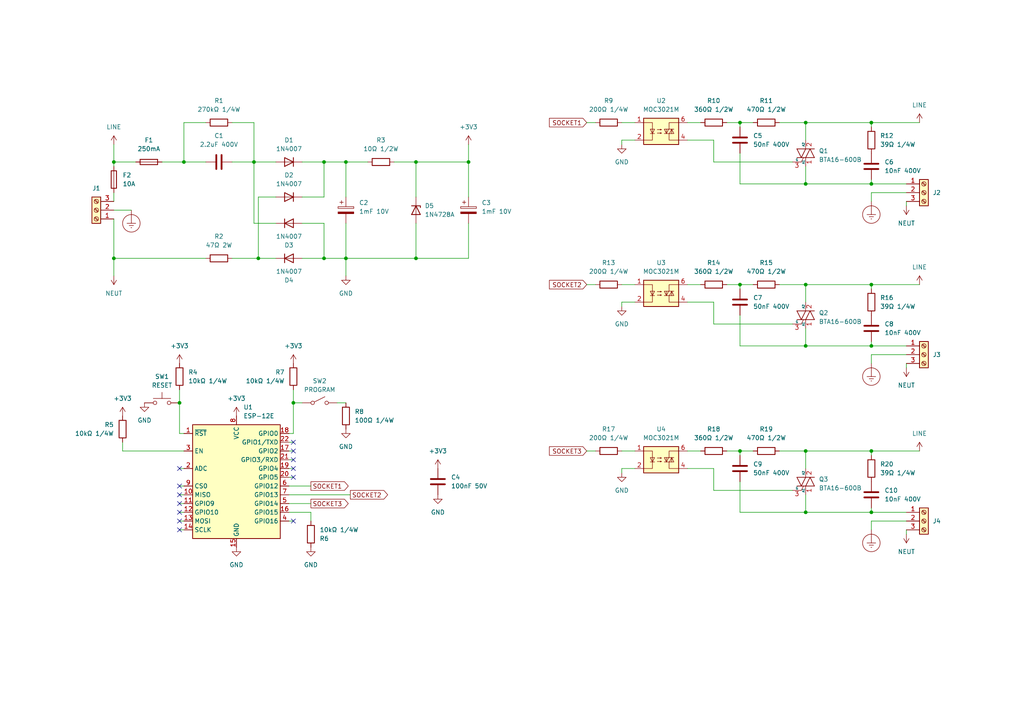
<source format=kicad_sch>
(kicad_sch (version 20211123) (generator eeschema)

  (uuid ed257eb1-e3d0-453d-86cb-57919b6fc74b)

  (paper "A4")

  (lib_symbols
    (symbol "+3V3_1" (power) (pin_names (offset 0)) (in_bom yes) (on_board yes)
      (property "Reference" "#PWR0120" (id 0) (at 0 -3.81 0)
        (effects (font (size 1.27 1.27)) hide)
      )
      (property "Value" "+3V3" (id 1) (at 0 5.08 0)
        (effects (font (size 1.27 1.27)))
      )
      (property "Footprint" "" (id 2) (at 0 0 0)
        (effects (font (size 1.27 1.27)) hide)
      )
      (property "Datasheet" "" (id 3) (at 0 0 0)
        (effects (font (size 1.27 1.27)) hide)
      )
      (property "ki_keywords" "power-flag" (id 4) (at 0 0 0)
        (effects (font (size 1.27 1.27)) hide)
      )
      (property "ki_description" "Power symbol creates a global label with name \"+3V3\"" (id 5) (at 0 0 0)
        (effects (font (size 1.27 1.27)) hide)
      )
      (symbol "+3V3_1_0_1"
        (polyline
          (pts
            (xy -0.762 1.27)
            (xy 0 2.54)
          )
          (stroke (width 0) (type default) (color 0 0 0 0))
          (fill (type none))
        )
        (polyline
          (pts
            (xy 0 0)
            (xy 0 2.54)
          )
          (stroke (width 0) (type default) (color 0 0 0 0))
          (fill (type none))
        )
        (polyline
          (pts
            (xy 0 2.54)
            (xy 0.762 1.27)
          )
          (stroke (width 0) (type default) (color 0 0 0 0))
          (fill (type none))
        )
      )
      (symbol "+3V3_1_1_1"
        (pin power_in line (at 0 0 90) (length 0) hide
          (name "+3V3" (effects (font (size 1.27 1.27))))
          (number "1" (effects (font (size 1.27 1.27))))
        )
      )
    )
    (symbol "Connector:Screw_Terminal_01x03" (pin_names (offset 1.016) hide) (in_bom yes) (on_board yes)
      (property "Reference" "J" (id 0) (at 0 5.08 0)
        (effects (font (size 1.27 1.27)))
      )
      (property "Value" "Screw_Terminal_01x03" (id 1) (at 0 -5.08 0)
        (effects (font (size 1.27 1.27)))
      )
      (property "Footprint" "" (id 2) (at 0 0 0)
        (effects (font (size 1.27 1.27)) hide)
      )
      (property "Datasheet" "~" (id 3) (at 0 0 0)
        (effects (font (size 1.27 1.27)) hide)
      )
      (property "ki_keywords" "screw terminal" (id 4) (at 0 0 0)
        (effects (font (size 1.27 1.27)) hide)
      )
      (property "ki_description" "Generic screw terminal, single row, 01x03, script generated (kicad-library-utils/schlib/autogen/connector/)" (id 5) (at 0 0 0)
        (effects (font (size 1.27 1.27)) hide)
      )
      (property "ki_fp_filters" "TerminalBlock*:*" (id 6) (at 0 0 0)
        (effects (font (size 1.27 1.27)) hide)
      )
      (symbol "Screw_Terminal_01x03_1_1"
        (rectangle (start -1.27 3.81) (end 1.27 -3.81)
          (stroke (width 0.254) (type default) (color 0 0 0 0))
          (fill (type background))
        )
        (circle (center 0 -2.54) (radius 0.635)
          (stroke (width 0.1524) (type default) (color 0 0 0 0))
          (fill (type none))
        )
        (polyline
          (pts
            (xy -0.5334 -2.2098)
            (xy 0.3302 -3.048)
          )
          (stroke (width 0.1524) (type default) (color 0 0 0 0))
          (fill (type none))
        )
        (polyline
          (pts
            (xy -0.5334 0.3302)
            (xy 0.3302 -0.508)
          )
          (stroke (width 0.1524) (type default) (color 0 0 0 0))
          (fill (type none))
        )
        (polyline
          (pts
            (xy -0.5334 2.8702)
            (xy 0.3302 2.032)
          )
          (stroke (width 0.1524) (type default) (color 0 0 0 0))
          (fill (type none))
        )
        (polyline
          (pts
            (xy -0.3556 -2.032)
            (xy 0.508 -2.8702)
          )
          (stroke (width 0.1524) (type default) (color 0 0 0 0))
          (fill (type none))
        )
        (polyline
          (pts
            (xy -0.3556 0.508)
            (xy 0.508 -0.3302)
          )
          (stroke (width 0.1524) (type default) (color 0 0 0 0))
          (fill (type none))
        )
        (polyline
          (pts
            (xy -0.3556 3.048)
            (xy 0.508 2.2098)
          )
          (stroke (width 0.1524) (type default) (color 0 0 0 0))
          (fill (type none))
        )
        (circle (center 0 0) (radius 0.635)
          (stroke (width 0.1524) (type default) (color 0 0 0 0))
          (fill (type none))
        )
        (circle (center 0 2.54) (radius 0.635)
          (stroke (width 0.1524) (type default) (color 0 0 0 0))
          (fill (type none))
        )
        (pin passive line (at -5.08 2.54 0) (length 3.81)
          (name "Pin_1" (effects (font (size 1.27 1.27))))
          (number "1" (effects (font (size 1.27 1.27))))
        )
        (pin passive line (at -5.08 0 0) (length 3.81)
          (name "Pin_2" (effects (font (size 1.27 1.27))))
          (number "2" (effects (font (size 1.27 1.27))))
        )
        (pin passive line (at -5.08 -2.54 0) (length 3.81)
          (name "Pin_3" (effects (font (size 1.27 1.27))))
          (number "3" (effects (font (size 1.27 1.27))))
        )
      )
    )
    (symbol "Device:C" (pin_numbers hide) (pin_names (offset 0.254)) (in_bom yes) (on_board yes)
      (property "Reference" "C" (id 0) (at 0.635 2.54 0)
        (effects (font (size 1.27 1.27)) (justify left))
      )
      (property "Value" "C" (id 1) (at 0.635 -2.54 0)
        (effects (font (size 1.27 1.27)) (justify left))
      )
      (property "Footprint" "" (id 2) (at 0.9652 -3.81 0)
        (effects (font (size 1.27 1.27)) hide)
      )
      (property "Datasheet" "~" (id 3) (at 0 0 0)
        (effects (font (size 1.27 1.27)) hide)
      )
      (property "ki_keywords" "cap capacitor" (id 4) (at 0 0 0)
        (effects (font (size 1.27 1.27)) hide)
      )
      (property "ki_description" "Unpolarized capacitor" (id 5) (at 0 0 0)
        (effects (font (size 1.27 1.27)) hide)
      )
      (property "ki_fp_filters" "C_*" (id 6) (at 0 0 0)
        (effects (font (size 1.27 1.27)) hide)
      )
      (symbol "C_0_1"
        (polyline
          (pts
            (xy -2.032 -0.762)
            (xy 2.032 -0.762)
          )
          (stroke (width 0.508) (type default) (color 0 0 0 0))
          (fill (type none))
        )
        (polyline
          (pts
            (xy -2.032 0.762)
            (xy 2.032 0.762)
          )
          (stroke (width 0.508) (type default) (color 0 0 0 0))
          (fill (type none))
        )
      )
      (symbol "C_1_1"
        (pin passive line (at 0 3.81 270) (length 2.794)
          (name "~" (effects (font (size 1.27 1.27))))
          (number "1" (effects (font (size 1.27 1.27))))
        )
        (pin passive line (at 0 -3.81 90) (length 2.794)
          (name "~" (effects (font (size 1.27 1.27))))
          (number "2" (effects (font (size 1.27 1.27))))
        )
      )
    )
    (symbol "Device:C_Polarized" (pin_numbers hide) (pin_names (offset 0.254)) (in_bom yes) (on_board yes)
      (property "Reference" "C" (id 0) (at 0.635 2.54 0)
        (effects (font (size 1.27 1.27)) (justify left))
      )
      (property "Value" "C_Polarized" (id 1) (at 0.635 -2.54 0)
        (effects (font (size 1.27 1.27)) (justify left))
      )
      (property "Footprint" "" (id 2) (at 0.9652 -3.81 0)
        (effects (font (size 1.27 1.27)) hide)
      )
      (property "Datasheet" "~" (id 3) (at 0 0 0)
        (effects (font (size 1.27 1.27)) hide)
      )
      (property "ki_keywords" "cap capacitor" (id 4) (at 0 0 0)
        (effects (font (size 1.27 1.27)) hide)
      )
      (property "ki_description" "Polarized capacitor" (id 5) (at 0 0 0)
        (effects (font (size 1.27 1.27)) hide)
      )
      (property "ki_fp_filters" "CP_*" (id 6) (at 0 0 0)
        (effects (font (size 1.27 1.27)) hide)
      )
      (symbol "C_Polarized_0_1"
        (rectangle (start -2.286 0.508) (end 2.286 1.016)
          (stroke (width 0) (type default) (color 0 0 0 0))
          (fill (type none))
        )
        (polyline
          (pts
            (xy -1.778 2.286)
            (xy -0.762 2.286)
          )
          (stroke (width 0) (type default) (color 0 0 0 0))
          (fill (type none))
        )
        (polyline
          (pts
            (xy -1.27 2.794)
            (xy -1.27 1.778)
          )
          (stroke (width 0) (type default) (color 0 0 0 0))
          (fill (type none))
        )
        (rectangle (start 2.286 -0.508) (end -2.286 -1.016)
          (stroke (width 0) (type default) (color 0 0 0 0))
          (fill (type outline))
        )
      )
      (symbol "C_Polarized_1_1"
        (pin passive line (at 0 3.81 270) (length 2.794)
          (name "~" (effects (font (size 1.27 1.27))))
          (number "1" (effects (font (size 1.27 1.27))))
        )
        (pin passive line (at 0 -3.81 90) (length 2.794)
          (name "~" (effects (font (size 1.27 1.27))))
          (number "2" (effects (font (size 1.27 1.27))))
        )
      )
    )
    (symbol "Device:Fuse" (pin_numbers hide) (pin_names (offset 0)) (in_bom yes) (on_board yes)
      (property "Reference" "F" (id 0) (at 2.032 0 90)
        (effects (font (size 1.27 1.27)))
      )
      (property "Value" "Fuse" (id 1) (at -1.905 0 90)
        (effects (font (size 1.27 1.27)))
      )
      (property "Footprint" "" (id 2) (at -1.778 0 90)
        (effects (font (size 1.27 1.27)) hide)
      )
      (property "Datasheet" "~" (id 3) (at 0 0 0)
        (effects (font (size 1.27 1.27)) hide)
      )
      (property "ki_keywords" "fuse" (id 4) (at 0 0 0)
        (effects (font (size 1.27 1.27)) hide)
      )
      (property "ki_description" "Fuse" (id 5) (at 0 0 0)
        (effects (font (size 1.27 1.27)) hide)
      )
      (property "ki_fp_filters" "*Fuse*" (id 6) (at 0 0 0)
        (effects (font (size 1.27 1.27)) hide)
      )
      (symbol "Fuse_0_1"
        (rectangle (start -0.762 -2.54) (end 0.762 2.54)
          (stroke (width 0.254) (type default) (color 0 0 0 0))
          (fill (type none))
        )
        (polyline
          (pts
            (xy 0 2.54)
            (xy 0 -2.54)
          )
          (stroke (width 0) (type default) (color 0 0 0 0))
          (fill (type none))
        )
      )
      (symbol "Fuse_1_1"
        (pin passive line (at 0 3.81 270) (length 1.27)
          (name "~" (effects (font (size 1.27 1.27))))
          (number "1" (effects (font (size 1.27 1.27))))
        )
        (pin passive line (at 0 -3.81 90) (length 1.27)
          (name "~" (effects (font (size 1.27 1.27))))
          (number "2" (effects (font (size 1.27 1.27))))
        )
      )
    )
    (symbol "Device:R" (pin_numbers hide) (pin_names (offset 0)) (in_bom yes) (on_board yes)
      (property "Reference" "R" (id 0) (at 2.032 0 90)
        (effects (font (size 1.27 1.27)))
      )
      (property "Value" "R" (id 1) (at 0 0 90)
        (effects (font (size 1.27 1.27)))
      )
      (property "Footprint" "" (id 2) (at -1.778 0 90)
        (effects (font (size 1.27 1.27)) hide)
      )
      (property "Datasheet" "~" (id 3) (at 0 0 0)
        (effects (font (size 1.27 1.27)) hide)
      )
      (property "ki_keywords" "R res resistor" (id 4) (at 0 0 0)
        (effects (font (size 1.27 1.27)) hide)
      )
      (property "ki_description" "Resistor" (id 5) (at 0 0 0)
        (effects (font (size 1.27 1.27)) hide)
      )
      (property "ki_fp_filters" "R_*" (id 6) (at 0 0 0)
        (effects (font (size 1.27 1.27)) hide)
      )
      (symbol "R_0_1"
        (rectangle (start -1.016 -2.54) (end 1.016 2.54)
          (stroke (width 0.254) (type default) (color 0 0 0 0))
          (fill (type none))
        )
      )
      (symbol "R_1_1"
        (pin passive line (at 0 3.81 270) (length 1.27)
          (name "~" (effects (font (size 1.27 1.27))))
          (number "1" (effects (font (size 1.27 1.27))))
        )
        (pin passive line (at 0 -3.81 90) (length 1.27)
          (name "~" (effects (font (size 1.27 1.27))))
          (number "2" (effects (font (size 1.27 1.27))))
        )
      )
    )
    (symbol "Diode:1N4007" (pin_numbers hide) (pin_names hide) (in_bom yes) (on_board yes)
      (property "Reference" "D" (id 0) (at 0 2.54 0)
        (effects (font (size 1.27 1.27)))
      )
      (property "Value" "1N4007" (id 1) (at 0 -2.54 0)
        (effects (font (size 1.27 1.27)))
      )
      (property "Footprint" "Diode_THT:D_DO-41_SOD81_P10.16mm_Horizontal" (id 2) (at 0 -4.445 0)
        (effects (font (size 1.27 1.27)) hide)
      )
      (property "Datasheet" "http://www.vishay.com/docs/88503/1n4001.pdf" (id 3) (at 0 0 0)
        (effects (font (size 1.27 1.27)) hide)
      )
      (property "ki_keywords" "diode" (id 4) (at 0 0 0)
        (effects (font (size 1.27 1.27)) hide)
      )
      (property "ki_description" "1000V 1A General Purpose Rectifier Diode, DO-41" (id 5) (at 0 0 0)
        (effects (font (size 1.27 1.27)) hide)
      )
      (property "ki_fp_filters" "D*DO?41*" (id 6) (at 0 0 0)
        (effects (font (size 1.27 1.27)) hide)
      )
      (symbol "1N4007_0_1"
        (polyline
          (pts
            (xy -1.27 1.27)
            (xy -1.27 -1.27)
          )
          (stroke (width 0.254) (type default) (color 0 0 0 0))
          (fill (type none))
        )
        (polyline
          (pts
            (xy 1.27 0)
            (xy -1.27 0)
          )
          (stroke (width 0) (type default) (color 0 0 0 0))
          (fill (type none))
        )
        (polyline
          (pts
            (xy 1.27 1.27)
            (xy 1.27 -1.27)
            (xy -1.27 0)
            (xy 1.27 1.27)
          )
          (stroke (width 0.254) (type default) (color 0 0 0 0))
          (fill (type none))
        )
      )
      (symbol "1N4007_1_1"
        (pin passive line (at -3.81 0 0) (length 2.54)
          (name "K" (effects (font (size 1.27 1.27))))
          (number "1" (effects (font (size 1.27 1.27))))
        )
        (pin passive line (at 3.81 0 180) (length 2.54)
          (name "A" (effects (font (size 1.27 1.27))))
          (number "2" (effects (font (size 1.27 1.27))))
        )
      )
    )
    (symbol "Diode:1N47xxA" (pin_numbers hide) (pin_names hide) (in_bom yes) (on_board yes)
      (property "Reference" "D" (id 0) (at 0 2.54 0)
        (effects (font (size 1.27 1.27)))
      )
      (property "Value" "1N47xxA" (id 1) (at 0 -2.54 0)
        (effects (font (size 1.27 1.27)))
      )
      (property "Footprint" "Diode_THT:D_DO-41_SOD81_P10.16mm_Horizontal" (id 2) (at 0 -4.445 0)
        (effects (font (size 1.27 1.27)) hide)
      )
      (property "Datasheet" "https://www.vishay.com/docs/85816/1n4728a.pdf" (id 3) (at 0 0 0)
        (effects (font (size 1.27 1.27)) hide)
      )
      (property "ki_keywords" "zener diode" (id 4) (at 0 0 0)
        (effects (font (size 1.27 1.27)) hide)
      )
      (property "ki_description" "1300mW Silicon planar power Zener diodes, DO-41" (id 5) (at 0 0 0)
        (effects (font (size 1.27 1.27)) hide)
      )
      (property "ki_fp_filters" "D*DO?41*" (id 6) (at 0 0 0)
        (effects (font (size 1.27 1.27)) hide)
      )
      (symbol "1N47xxA_0_1"
        (polyline
          (pts
            (xy 1.27 0)
            (xy -1.27 0)
          )
          (stroke (width 0) (type default) (color 0 0 0 0))
          (fill (type none))
        )
        (polyline
          (pts
            (xy -1.27 -1.27)
            (xy -1.27 1.27)
            (xy -0.762 1.27)
          )
          (stroke (width 0.254) (type default) (color 0 0 0 0))
          (fill (type none))
        )
        (polyline
          (pts
            (xy 1.27 -1.27)
            (xy 1.27 1.27)
            (xy -1.27 0)
            (xy 1.27 -1.27)
          )
          (stroke (width 0.254) (type default) (color 0 0 0 0))
          (fill (type none))
        )
      )
      (symbol "1N47xxA_1_1"
        (pin passive line (at -3.81 0 0) (length 2.54)
          (name "K" (effects (font (size 1.27 1.27))))
          (number "1" (effects (font (size 1.27 1.27))))
        )
        (pin passive line (at 3.81 0 180) (length 2.54)
          (name "A" (effects (font (size 1.27 1.27))))
          (number "2" (effects (font (size 1.27 1.27))))
        )
      )
    )
    (symbol "GND_1" (power) (pin_names (offset 0)) (in_bom yes) (on_board yes)
      (property "Reference" "#PWR0121" (id 0) (at 0 -6.35 0)
        (effects (font (size 1.27 1.27)) hide)
      )
      (property "Value" "GND_1" (id 1) (at 0 -5.08 0)
        (effects (font (size 1.27 1.27)))
      )
      (property "Footprint" "" (id 2) (at 0 0 0)
        (effects (font (size 1.27 1.27)) hide)
      )
      (property "Datasheet" "" (id 3) (at 0 0 0)
        (effects (font (size 1.27 1.27)) hide)
      )
      (property "ki_keywords" "power-flag" (id 4) (at 0 0 0)
        (effects (font (size 1.27 1.27)) hide)
      )
      (property "ki_description" "Power symbol creates a global label with name \"GND\" , ground" (id 5) (at 0 0 0)
        (effects (font (size 1.27 1.27)) hide)
      )
      (symbol "GND_1_0_1"
        (polyline
          (pts
            (xy 0 0)
            (xy 0 -1.27)
            (xy 1.27 -1.27)
            (xy 0 -2.54)
            (xy -1.27 -1.27)
            (xy 0 -1.27)
          )
          (stroke (width 0) (type default) (color 0 0 0 0))
          (fill (type none))
        )
      )
      (symbol "GND_1_1_1"
        (pin power_out line (at 0 0 270) (length 0) hide
          (name "GND" (effects (font (size 1.27 1.27))))
          (number "1" (effects (font (size 1.27 1.27))))
        )
      )
    )
    (symbol "RF_Module:ESP-12E" (in_bom yes) (on_board yes)
      (property "Reference" "U" (id 0) (at -12.7 19.05 0)
        (effects (font (size 1.27 1.27)) (justify left))
      )
      (property "Value" "ESP-12E" (id 1) (at 12.7 19.05 0)
        (effects (font (size 1.27 1.27)) (justify right))
      )
      (property "Footprint" "RF_Module:ESP-12E" (id 2) (at 0 0 0)
        (effects (font (size 1.27 1.27)) hide)
      )
      (property "Datasheet" "http://wiki.ai-thinker.com/_media/esp8266/esp8266_series_modules_user_manual_v1.1.pdf" (id 3) (at -8.89 2.54 0)
        (effects (font (size 1.27 1.27)) hide)
      )
      (property "ki_keywords" "802.11 Wi-Fi" (id 4) (at 0 0 0)
        (effects (font (size 1.27 1.27)) hide)
      )
      (property "ki_description" "802.11 b/g/n Wi-Fi Module" (id 5) (at 0 0 0)
        (effects (font (size 1.27 1.27)) hide)
      )
      (property "ki_fp_filters" "ESP?12*" (id 6) (at 0 0 0)
        (effects (font (size 1.27 1.27)) hide)
      )
      (symbol "ESP-12E_0_1"
        (rectangle (start -12.7 17.78) (end 12.7 -15.24)
          (stroke (width 0.254) (type default) (color 0 0 0 0))
          (fill (type background))
        )
      )
      (symbol "ESP-12E_1_1"
        (pin input line (at -15.24 15.24 0) (length 2.54)
          (name "~{RST}" (effects (font (size 1.27 1.27))))
          (number "1" (effects (font (size 1.27 1.27))))
        )
        (pin bidirectional line (at -15.24 -2.54 0) (length 2.54)
          (name "MISO" (effects (font (size 1.27 1.27))))
          (number "10" (effects (font (size 1.27 1.27))))
        )
        (pin bidirectional line (at -15.24 -5.08 0) (length 2.54)
          (name "GPIO9" (effects (font (size 1.27 1.27))))
          (number "11" (effects (font (size 1.27 1.27))))
        )
        (pin bidirectional line (at -15.24 -7.62 0) (length 2.54)
          (name "GPIO10" (effects (font (size 1.27 1.27))))
          (number "12" (effects (font (size 1.27 1.27))))
        )
        (pin bidirectional line (at -15.24 -10.16 0) (length 2.54)
          (name "MOSI" (effects (font (size 1.27 1.27))))
          (number "13" (effects (font (size 1.27 1.27))))
        )
        (pin bidirectional line (at -15.24 -12.7 0) (length 2.54)
          (name "SCLK" (effects (font (size 1.27 1.27))))
          (number "14" (effects (font (size 1.27 1.27))))
        )
        (pin power_in line (at 0 -17.78 90) (length 2.54)
          (name "GND" (effects (font (size 1.27 1.27))))
          (number "15" (effects (font (size 1.27 1.27))))
        )
        (pin bidirectional line (at 15.24 -7.62 180) (length 2.54)
          (name "GPIO15" (effects (font (size 1.27 1.27))))
          (number "16" (effects (font (size 1.27 1.27))))
        )
        (pin bidirectional line (at 15.24 10.16 180) (length 2.54)
          (name "GPIO2" (effects (font (size 1.27 1.27))))
          (number "17" (effects (font (size 1.27 1.27))))
        )
        (pin bidirectional line (at 15.24 15.24 180) (length 2.54)
          (name "GPIO0" (effects (font (size 1.27 1.27))))
          (number "18" (effects (font (size 1.27 1.27))))
        )
        (pin bidirectional line (at 15.24 5.08 180) (length 2.54)
          (name "GPIO4" (effects (font (size 1.27 1.27))))
          (number "19" (effects (font (size 1.27 1.27))))
        )
        (pin input line (at -15.24 5.08 0) (length 2.54)
          (name "ADC" (effects (font (size 1.27 1.27))))
          (number "2" (effects (font (size 1.27 1.27))))
        )
        (pin bidirectional line (at 15.24 2.54 180) (length 2.54)
          (name "GPIO5" (effects (font (size 1.27 1.27))))
          (number "20" (effects (font (size 1.27 1.27))))
        )
        (pin bidirectional line (at 15.24 7.62 180) (length 2.54)
          (name "GPIO3/RXD" (effects (font (size 1.27 1.27))))
          (number "21" (effects (font (size 1.27 1.27))))
        )
        (pin bidirectional line (at 15.24 12.7 180) (length 2.54)
          (name "GPIO1/TXD" (effects (font (size 1.27 1.27))))
          (number "22" (effects (font (size 1.27 1.27))))
        )
        (pin input line (at -15.24 10.16 0) (length 2.54)
          (name "EN" (effects (font (size 1.27 1.27))))
          (number "3" (effects (font (size 1.27 1.27))))
        )
        (pin bidirectional line (at 15.24 -10.16 180) (length 2.54)
          (name "GPIO16" (effects (font (size 1.27 1.27))))
          (number "4" (effects (font (size 1.27 1.27))))
        )
        (pin bidirectional line (at 15.24 -5.08 180) (length 2.54)
          (name "GPIO14" (effects (font (size 1.27 1.27))))
          (number "5" (effects (font (size 1.27 1.27))))
        )
        (pin bidirectional line (at 15.24 0 180) (length 2.54)
          (name "GPIO12" (effects (font (size 1.27 1.27))))
          (number "6" (effects (font (size 1.27 1.27))))
        )
        (pin bidirectional line (at 15.24 -2.54 180) (length 2.54)
          (name "GPIO13" (effects (font (size 1.27 1.27))))
          (number "7" (effects (font (size 1.27 1.27))))
        )
        (pin power_in line (at 0 20.32 270) (length 2.54)
          (name "VCC" (effects (font (size 1.27 1.27))))
          (number "8" (effects (font (size 1.27 1.27))))
        )
        (pin input line (at -15.24 0 0) (length 2.54)
          (name "CS0" (effects (font (size 1.27 1.27))))
          (number "9" (effects (font (size 1.27 1.27))))
        )
      )
    )
    (symbol "Relay_SolidState:MOC3021M" (in_bom yes) (on_board yes)
      (property "Reference" "U" (id 0) (at -5.334 4.826 0)
        (effects (font (size 1.27 1.27)) (justify left))
      )
      (property "Value" "MOC3021M" (id 1) (at 0 5.08 0)
        (effects (font (size 1.27 1.27)) (justify left))
      )
      (property "Footprint" "" (id 2) (at -5.08 -5.08 0)
        (effects (font (size 1.27 1.27) italic) (justify left) hide)
      )
      (property "Datasheet" "https://www.onsemi.com/pub/Collateral/MOC3023M-D.PDF" (id 3) (at 0 0 0)
        (effects (font (size 1.27 1.27)) (justify left) hide)
      )
      (property "ki_keywords" "Opto-Triac Opto Triac Random Phase" (id 4) (at 0 0 0)
        (effects (font (size 1.27 1.27)) hide)
      )
      (property "ki_description" "Random Phase Opto-Triac, Vdrm 400V, Ift 15mA, DIP6" (id 5) (at 0 0 0)
        (effects (font (size 1.27 1.27)) hide)
      )
      (property "ki_fp_filters" "DIP*W7.62mm* SMDIP*W9.53mm* DIP*W10.16mm*" (id 6) (at 0 0 0)
        (effects (font (size 1.27 1.27)) hide)
      )
      (symbol "MOC3021M_0_1"
        (rectangle (start -5.08 3.81) (end 5.08 -3.81)
          (stroke (width 0.254) (type default) (color 0 0 0 0))
          (fill (type background))
        )
        (polyline
          (pts
            (xy -3.175 -0.635)
            (xy -1.905 -0.635)
          )
          (stroke (width 0) (type default) (color 0 0 0 0))
          (fill (type none))
        )
        (polyline
          (pts
            (xy 1.524 -0.635)
            (xy 1.524 0.635)
          )
          (stroke (width 0) (type default) (color 0 0 0 0))
          (fill (type none))
        )
        (polyline
          (pts
            (xy 3.048 0.635)
            (xy 3.048 -0.635)
          )
          (stroke (width 0) (type default) (color 0 0 0 0))
          (fill (type none))
        )
        (polyline
          (pts
            (xy 2.286 -0.635)
            (xy 2.286 -2.54)
            (xy 5.08 -2.54)
          )
          (stroke (width 0) (type default) (color 0 0 0 0))
          (fill (type none))
        )
        (polyline
          (pts
            (xy 2.286 0.635)
            (xy 2.286 2.54)
            (xy 5.08 2.54)
          )
          (stroke (width 0) (type default) (color 0 0 0 0))
          (fill (type none))
        )
        (polyline
          (pts
            (xy -5.08 2.54)
            (xy -2.54 2.54)
            (xy -2.54 -2.54)
            (xy -5.08 -2.54)
          )
          (stroke (width 0) (type default) (color 0 0 0 0))
          (fill (type none))
        )
        (polyline
          (pts
            (xy -2.54 -0.635)
            (xy -3.175 0.635)
            (xy -1.905 0.635)
            (xy -2.54 -0.635)
          )
          (stroke (width 0) (type default) (color 0 0 0 0))
          (fill (type none))
        )
        (polyline
          (pts
            (xy 0.889 -0.635)
            (xy 3.683 -0.635)
            (xy 3.048 0.635)
            (xy 2.413 -0.635)
          )
          (stroke (width 0) (type default) (color 0 0 0 0))
          (fill (type none))
        )
        (polyline
          (pts
            (xy 3.683 0.635)
            (xy 0.889 0.635)
            (xy 1.524 -0.635)
            (xy 2.159 0.635)
          )
          (stroke (width 0) (type default) (color 0 0 0 0))
          (fill (type none))
        )
        (polyline
          (pts
            (xy -1.143 -0.508)
            (xy 0.127 -0.508)
            (xy -0.254 -0.635)
            (xy -0.254 -0.381)
            (xy 0.127 -0.508)
          )
          (stroke (width 0) (type default) (color 0 0 0 0))
          (fill (type none))
        )
        (polyline
          (pts
            (xy -1.143 0.508)
            (xy 0.127 0.508)
            (xy -0.254 0.381)
            (xy -0.254 0.635)
            (xy 0.127 0.508)
          )
          (stroke (width 0) (type default) (color 0 0 0 0))
          (fill (type none))
        )
      )
      (symbol "MOC3021M_1_1"
        (pin passive line (at -7.62 2.54 0) (length 2.54)
          (name "~" (effects (font (size 1.27 1.27))))
          (number "1" (effects (font (size 1.27 1.27))))
        )
        (pin passive line (at -7.62 -2.54 0) (length 2.54)
          (name "~" (effects (font (size 1.27 1.27))))
          (number "2" (effects (font (size 1.27 1.27))))
        )
        (pin no_connect line (at -5.08 0 0) (length 2.54) hide
          (name "NC" (effects (font (size 1.27 1.27))))
          (number "3" (effects (font (size 1.27 1.27))))
        )
        (pin passive line (at 7.62 -2.54 180) (length 2.54)
          (name "~" (effects (font (size 1.27 1.27))))
          (number "4" (effects (font (size 1.27 1.27))))
        )
        (pin no_connect line (at 5.08 0 180) (length 2.54) hide
          (name "NC" (effects (font (size 1.27 1.27))))
          (number "5" (effects (font (size 1.27 1.27))))
        )
        (pin passive line (at 7.62 2.54 180) (length 2.54)
          (name "~" (effects (font (size 1.27 1.27))))
          (number "6" (effects (font (size 1.27 1.27))))
        )
      )
    )
    (symbol "Switch:SW_Push" (pin_numbers hide) (pin_names (offset 1.016) hide) (in_bom yes) (on_board yes)
      (property "Reference" "SW" (id 0) (at 1.27 2.54 0)
        (effects (font (size 1.27 1.27)) (justify left))
      )
      (property "Value" "SW_Push" (id 1) (at 0 -1.524 0)
        (effects (font (size 1.27 1.27)))
      )
      (property "Footprint" "" (id 2) (at 0 5.08 0)
        (effects (font (size 1.27 1.27)) hide)
      )
      (property "Datasheet" "~" (id 3) (at 0 5.08 0)
        (effects (font (size 1.27 1.27)) hide)
      )
      (property "ki_keywords" "switch normally-open pushbutton push-button" (id 4) (at 0 0 0)
        (effects (font (size 1.27 1.27)) hide)
      )
      (property "ki_description" "Push button switch, generic, two pins" (id 5) (at 0 0 0)
        (effects (font (size 1.27 1.27)) hide)
      )
      (symbol "SW_Push_0_1"
        (circle (center -2.032 0) (radius 0.508)
          (stroke (width 0) (type default) (color 0 0 0 0))
          (fill (type none))
        )
        (polyline
          (pts
            (xy 0 1.27)
            (xy 0 3.048)
          )
          (stroke (width 0) (type default) (color 0 0 0 0))
          (fill (type none))
        )
        (polyline
          (pts
            (xy 2.54 1.27)
            (xy -2.54 1.27)
          )
          (stroke (width 0) (type default) (color 0 0 0 0))
          (fill (type none))
        )
        (circle (center 2.032 0) (radius 0.508)
          (stroke (width 0) (type default) (color 0 0 0 0))
          (fill (type none))
        )
        (pin passive line (at -5.08 0 0) (length 2.54)
          (name "1" (effects (font (size 1.27 1.27))))
          (number "1" (effects (font (size 1.27 1.27))))
        )
        (pin passive line (at 5.08 0 180) (length 2.54)
          (name "2" (effects (font (size 1.27 1.27))))
          (number "2" (effects (font (size 1.27 1.27))))
        )
      )
    )
    (symbol "Switch:SW_SPST" (pin_names (offset 0) hide) (in_bom yes) (on_board yes)
      (property "Reference" "SW?" (id 0) (at 0 6.35 0)
        (effects (font (size 1.27 1.27)))
      )
      (property "Value" "SW_SPST" (id 1) (at 0 3.81 0)
        (effects (font (size 1.27 1.27)))
      )
      (property "Footprint" "" (id 2) (at 0 0 0)
        (effects (font (size 1.27 1.27)) hide)
      )
      (property "Datasheet" "~" (id 3) (at 0 0 0)
        (effects (font (size 1.27 1.27)) hide)
      )
      (property "ki_keywords" "switch lever" (id 4) (at 0 0 0)
        (effects (font (size 1.27 1.27)) hide)
      )
      (property "ki_description" "Single Pole Single Throw (SPST) switch" (id 5) (at 0 0 0)
        (effects (font (size 1.27 1.27)) hide)
      )
      (symbol "SW_SPST_0_0"
        (circle (center -2.032 0) (radius 0.508)
          (stroke (width 0) (type default) (color 0 0 0 0))
          (fill (type none))
        )
        (polyline
          (pts
            (xy -1.524 0.254)
            (xy 1.524 1.778)
          )
          (stroke (width 0) (type default) (color 0 0 0 0))
          (fill (type none))
        )
        (circle (center 2.032 0) (radius 0.508)
          (stroke (width 0) (type default) (color 0 0 0 0))
          (fill (type none))
        )
      )
      (symbol "SW_SPST_1_1"
        (pin passive line (at -5.08 0 0) (length 2.54)
          (name "A" (effects (font (size 1.27 1.27))))
          (number "" (effects (font (size 1.27 1.27))))
        )
        (pin passive line (at 5.08 0 180) (length 2.54)
          (name "B" (effects (font (size 1.27 1.27))))
          (number "" (effects (font (size 1.27 1.27))))
        )
      )
    )
    (symbol "Triac_Thyristor:BTA16-600B" (pin_names (offset 0)) (in_bom yes) (on_board yes)
      (property "Reference" "Q" (id 0) (at 5.08 1.905 0)
        (effects (font (size 1.27 1.27)) (justify left))
      )
      (property "Value" "BTA16-600B" (id 1) (at 5.08 0 0)
        (effects (font (size 1.27 1.27)) (justify left))
      )
      (property "Footprint" "Package_TO_SOT_THT:TO-220-3_Vertical" (id 2) (at 5.08 -1.905 0)
        (effects (font (size 1.27 1.27) italic) (justify left) hide)
      )
      (property "Datasheet" "https://www.st.com/resource/en/datasheet/bta16.pdf" (id 3) (at 0 0 0)
        (effects (font (size 1.27 1.27)) (justify left) hide)
      )
      (property "ki_keywords" "Triac" (id 4) (at 0 0 0)
        (effects (font (size 1.27 1.27)) hide)
      )
      (property "ki_description" "16A RMS, 600V Off-State Voltage, 50mA Sensitivity, Insulated, Triac, TO-220" (id 5) (at 0 0 0)
        (effects (font (size 1.27 1.27)) hide)
      )
      (property "ki_fp_filters" "TO?220*" (id 6) (at 0 0 0)
        (effects (font (size 1.27 1.27)) hide)
      )
      (symbol "BTA16-600B_0_1"
        (polyline
          (pts
            (xy -2.54 -1.27)
            (xy 2.54 -1.27)
          )
          (stroke (width 0.2032) (type default) (color 0 0 0 0))
          (fill (type none))
        )
        (polyline
          (pts
            (xy -2.54 1.27)
            (xy 2.54 1.27)
          )
          (stroke (width 0.2032) (type default) (color 0 0 0 0))
          (fill (type none))
        )
        (polyline
          (pts
            (xy -1.27 -2.54)
            (xy -0.635 -1.27)
          )
          (stroke (width 0) (type default) (color 0 0 0 0))
          (fill (type none))
        )
        (polyline
          (pts
            (xy -2.54 1.27)
            (xy -1.27 -1.27)
            (xy 0 1.27)
          )
          (stroke (width 0.2032) (type default) (color 0 0 0 0))
          (fill (type none))
        )
        (polyline
          (pts
            (xy 0 -1.27)
            (xy 1.27 1.27)
            (xy 2.54 -1.27)
          )
          (stroke (width 0.2032) (type default) (color 0 0 0 0))
          (fill (type none))
        )
      )
      (symbol "BTA16-600B_1_1"
        (pin passive line (at 0 -3.81 90) (length 2.54)
          (name "A1" (effects (font (size 0.635 0.635))))
          (number "1" (effects (font (size 1.27 1.27))))
        )
        (pin passive line (at 0 3.81 270) (length 2.54)
          (name "A2" (effects (font (size 0.635 0.635))))
          (number "2" (effects (font (size 1.27 1.27))))
        )
        (pin input line (at -3.81 -2.54 0) (length 2.54)
          (name "G" (effects (font (size 0.635 0.635))))
          (number "3" (effects (font (size 1.27 1.27))))
        )
      )
    )
    (symbol "power:+3V3" (power) (pin_names (offset 0)) (in_bom yes) (on_board yes)
      (property "Reference" "#PWR" (id 0) (at 0 -3.81 0)
        (effects (font (size 1.27 1.27)) hide)
      )
      (property "Value" "+3V3" (id 1) (at 0 3.556 0)
        (effects (font (size 1.27 1.27)))
      )
      (property "Footprint" "" (id 2) (at 0 0 0)
        (effects (font (size 1.27 1.27)) hide)
      )
      (property "Datasheet" "" (id 3) (at 0 0 0)
        (effects (font (size 1.27 1.27)) hide)
      )
      (property "ki_keywords" "power-flag" (id 4) (at 0 0 0)
        (effects (font (size 1.27 1.27)) hide)
      )
      (property "ki_description" "Power symbol creates a global label with name \"+3V3\"" (id 5) (at 0 0 0)
        (effects (font (size 1.27 1.27)) hide)
      )
      (symbol "+3V3_0_1"
        (polyline
          (pts
            (xy -0.762 1.27)
            (xy 0 2.54)
          )
          (stroke (width 0) (type default) (color 0 0 0 0))
          (fill (type none))
        )
        (polyline
          (pts
            (xy 0 0)
            (xy 0 2.54)
          )
          (stroke (width 0) (type default) (color 0 0 0 0))
          (fill (type none))
        )
        (polyline
          (pts
            (xy 0 2.54)
            (xy 0.762 1.27)
          )
          (stroke (width 0) (type default) (color 0 0 0 0))
          (fill (type none))
        )
      )
      (symbol "+3V3_1_1"
        (pin power_in line (at 0 0 90) (length 0) hide
          (name "+3V3" (effects (font (size 1.27 1.27))))
          (number "1" (effects (font (size 1.27 1.27))))
        )
      )
    )
    (symbol "power:Earth_Protective" (power) (pin_names (offset 0)) (in_bom yes) (on_board yes)
      (property "Reference" "#PWR" (id 0) (at 6.35 -6.35 0)
        (effects (font (size 1.27 1.27)) hide)
      )
      (property "Value" "Earth_Protective" (id 1) (at 11.43 -3.81 0)
        (effects (font (size 1.27 1.27)) hide)
      )
      (property "Footprint" "" (id 2) (at 0 -2.54 0)
        (effects (font (size 1.27 1.27)) hide)
      )
      (property "Datasheet" "~" (id 3) (at 0 -2.54 0)
        (effects (font (size 1.27 1.27)) hide)
      )
      (property "ki_keywords" "power-flag ground gnd clean" (id 4) (at 0 0 0)
        (effects (font (size 1.27 1.27)) hide)
      )
      (property "ki_description" "Power symbol creates a global label with name \"Earth_Protective\"" (id 5) (at 0 0 0)
        (effects (font (size 1.27 1.27)) hide)
      )
      (symbol "Earth_Protective_0_1"
        (circle (center 0 -3.81) (radius 2.54)
          (stroke (width 0) (type default) (color 0 0 0 0))
          (fill (type none))
        )
        (polyline
          (pts
            (xy -0.635 -4.445)
            (xy 0.635 -4.445)
          )
          (stroke (width 0) (type default) (color 0 0 0 0))
          (fill (type none))
        )
        (polyline
          (pts
            (xy -0.127 -5.08)
            (xy 0.127 -5.08)
          )
          (stroke (width 0) (type default) (color 0 0 0 0))
          (fill (type none))
        )
        (polyline
          (pts
            (xy 0 -3.81)
            (xy 0 0)
          )
          (stroke (width 0) (type default) (color 0 0 0 0))
          (fill (type none))
        )
        (polyline
          (pts
            (xy 1.27 -3.81)
            (xy -1.27 -3.81)
          )
          (stroke (width 0) (type default) (color 0 0 0 0))
          (fill (type none))
        )
      )
      (symbol "Earth_Protective_1_1"
        (pin power_in line (at 0 0 270) (length 0) hide
          (name "Earth_Protective" (effects (font (size 1.27 1.27))))
          (number "1" (effects (font (size 1.27 1.27))))
        )
      )
    )
    (symbol "power:GND" (power) (pin_names (offset 0)) (in_bom yes) (on_board yes)
      (property "Reference" "#PWR" (id 0) (at 0 -6.35 0)
        (effects (font (size 1.27 1.27)) hide)
      )
      (property "Value" "GND" (id 1) (at 0 -3.81 0)
        (effects (font (size 1.27 1.27)))
      )
      (property "Footprint" "" (id 2) (at 0 0 0)
        (effects (font (size 1.27 1.27)) hide)
      )
      (property "Datasheet" "" (id 3) (at 0 0 0)
        (effects (font (size 1.27 1.27)) hide)
      )
      (property "ki_keywords" "power-flag" (id 4) (at 0 0 0)
        (effects (font (size 1.27 1.27)) hide)
      )
      (property "ki_description" "Power symbol creates a global label with name \"GND\" , ground" (id 5) (at 0 0 0)
        (effects (font (size 1.27 1.27)) hide)
      )
      (symbol "GND_0_1"
        (polyline
          (pts
            (xy 0 0)
            (xy 0 -1.27)
            (xy 1.27 -1.27)
            (xy 0 -2.54)
            (xy -1.27 -1.27)
            (xy 0 -1.27)
          )
          (stroke (width 0) (type default) (color 0 0 0 0))
          (fill (type none))
        )
      )
      (symbol "GND_1_1"
        (pin power_in line (at 0 0 270) (length 0) hide
          (name "GND" (effects (font (size 1.27 1.27))))
          (number "1" (effects (font (size 1.27 1.27))))
        )
      )
    )
    (symbol "power:LINE" (power) (pin_names (offset 0)) (in_bom yes) (on_board yes)
      (property "Reference" "#PWR" (id 0) (at 0 -3.81 0)
        (effects (font (size 1.27 1.27)) hide)
      )
      (property "Value" "LINE" (id 1) (at 0 3.81 0)
        (effects (font (size 1.27 1.27)))
      )
      (property "Footprint" "" (id 2) (at 0 0 0)
        (effects (font (size 1.27 1.27)) hide)
      )
      (property "Datasheet" "" (id 3) (at 0 0 0)
        (effects (font (size 1.27 1.27)) hide)
      )
      (property "ki_keywords" "power-flag" (id 4) (at 0 0 0)
        (effects (font (size 1.27 1.27)) hide)
      )
      (property "ki_description" "Power symbol creates a global label with name \"LINE\"" (id 5) (at 0 0 0)
        (effects (font (size 1.27 1.27)) hide)
      )
      (symbol "LINE_0_1"
        (polyline
          (pts
            (xy -0.762 1.27)
            (xy 0 2.54)
          )
          (stroke (width 0) (type default) (color 0 0 0 0))
          (fill (type none))
        )
        (polyline
          (pts
            (xy 0 0)
            (xy 0 2.54)
          )
          (stroke (width 0) (type default) (color 0 0 0 0))
          (fill (type none))
        )
        (polyline
          (pts
            (xy 0 2.54)
            (xy 0.762 1.27)
          )
          (stroke (width 0) (type default) (color 0 0 0 0))
          (fill (type none))
        )
      )
      (symbol "LINE_1_1"
        (pin power_in line (at 0 0 90) (length 0) hide
          (name "LINE" (effects (font (size 1.27 1.27))))
          (number "1" (effects (font (size 1.27 1.27))))
        )
      )
    )
    (symbol "power:NEUT" (power) (pin_names (offset 0)) (in_bom yes) (on_board yes)
      (property "Reference" "#PWR" (id 0) (at 0 -3.81 0)
        (effects (font (size 1.27 1.27)) hide)
      )
      (property "Value" "NEUT" (id 1) (at 0 3.81 0)
        (effects (font (size 1.27 1.27)))
      )
      (property "Footprint" "" (id 2) (at 0 0 0)
        (effects (font (size 1.27 1.27)) hide)
      )
      (property "Datasheet" "" (id 3) (at 0 0 0)
        (effects (font (size 1.27 1.27)) hide)
      )
      (property "ki_keywords" "power-flag" (id 4) (at 0 0 0)
        (effects (font (size 1.27 1.27)) hide)
      )
      (property "ki_description" "Power symbol creates a global label with name \"NEUT\"" (id 5) (at 0 0 0)
        (effects (font (size 1.27 1.27)) hide)
      )
      (symbol "NEUT_0_1"
        (polyline
          (pts
            (xy -0.762 1.27)
            (xy 0 2.54)
          )
          (stroke (width 0) (type default) (color 0 0 0 0))
          (fill (type none))
        )
        (polyline
          (pts
            (xy 0 0)
            (xy 0 2.54)
          )
          (stroke (width 0) (type default) (color 0 0 0 0))
          (fill (type none))
        )
        (polyline
          (pts
            (xy 0 2.54)
            (xy 0.762 1.27)
          )
          (stroke (width 0) (type default) (color 0 0 0 0))
          (fill (type none))
        )
      )
      (symbol "NEUT_1_1"
        (pin power_in line (at 0 0 90) (length 0) hide
          (name "NEUT" (effects (font (size 1.27 1.27))))
          (number "1" (effects (font (size 1.27 1.27))))
        )
      )
    )
  )

  (junction (at 93.98 74.93) (diameter 0) (color 0 0 0 0)
    (uuid 0c660d9c-af05-4435-b44f-3a032e257883)
  )
  (junction (at 233.68 148.59) (diameter 0) (color 0 0 0 0)
    (uuid 15a273ae-1e9e-471c-9670-683a7fe9b2df)
  )
  (junction (at 53.34 46.99) (diameter 0) (color 0 0 0 0)
    (uuid 1b3e12f3-e787-40ab-ba8c-01f87cd399b5)
  )
  (junction (at 33.02 46.99) (diameter 0) (color 0 0 0 0)
    (uuid 1b88f43d-0f2a-4d57-9bde-fbed12691dab)
  )
  (junction (at 252.73 100.33) (diameter 0) (color 0 0 0 0)
    (uuid 25d2f4f4-4e5e-4396-bca9-28f7a26b9317)
  )
  (junction (at 74.93 74.93) (diameter 0) (color 0 0 0 0)
    (uuid 2c759bd8-de9e-45b8-b49e-04051c4eff13)
  )
  (junction (at 214.63 130.81) (diameter 0) (color 0 0 0 0)
    (uuid 310e477b-890a-4b72-9b1f-b200b498a0ac)
  )
  (junction (at 233.68 130.81) (diameter 0) (color 0 0 0 0)
    (uuid 3713dbf0-0eb3-41de-8e92-f27249cf76e2)
  )
  (junction (at 233.68 82.55) (diameter 0) (color 0 0 0 0)
    (uuid 39b67e06-ac27-4a53-b3b1-cc7a7ffb0748)
  )
  (junction (at 85.09 116.84) (diameter 0) (color 0 0 0 0)
    (uuid 3ed3943f-ee66-4c21-a8c5-b3b2009b59de)
  )
  (junction (at 214.63 35.56) (diameter 0) (color 0 0 0 0)
    (uuid 4c236347-d93b-4c06-8270-eb8f49385e2d)
  )
  (junction (at 252.73 53.34) (diameter 0) (color 0 0 0 0)
    (uuid 5719a65e-c53d-4da2-b9b7-6dac247523c9)
  )
  (junction (at 252.73 82.55) (diameter 0) (color 0 0 0 0)
    (uuid 63af5b12-1fea-4e55-ad32-3825280eb9ae)
  )
  (junction (at 93.98 46.99) (diameter 0) (color 0 0 0 0)
    (uuid 63d253a2-5afb-4269-82ac-d36396a8e52d)
  )
  (junction (at 73.66 46.99) (diameter 0) (color 0 0 0 0)
    (uuid 66445215-bbff-483c-9a4e-5257723eefd1)
  )
  (junction (at 233.68 53.34) (diameter 0) (color 0 0 0 0)
    (uuid 69fa8dfc-3df9-43e5-956d-9a8868b26e3f)
  )
  (junction (at 252.73 130.81) (diameter 0) (color 0 0 0 0)
    (uuid 72633360-ed76-40ff-801e-490269c62d88)
  )
  (junction (at 52.07 116.84) (diameter 0) (color 0 0 0 0)
    (uuid 8cb32e9e-5931-4e70-9bcb-732be61e10ff)
  )
  (junction (at 252.73 148.59) (diameter 0) (color 0 0 0 0)
    (uuid 9844b751-11fe-4a84-8b09-7e473bbe33cc)
  )
  (junction (at 214.63 82.55) (diameter 0) (color 0 0 0 0)
    (uuid b3de57c6-3b7f-4aa5-bcbe-365eaedb4a9e)
  )
  (junction (at 100.33 74.93) (diameter 0) (color 0 0 0 0)
    (uuid bc250f8a-ea14-442d-be82-bf4e5e837998)
  )
  (junction (at 233.68 100.33) (diameter 0) (color 0 0 0 0)
    (uuid c16659ec-aad2-467c-ab4b-a5f1df97287e)
  )
  (junction (at 120.65 74.93) (diameter 0) (color 0 0 0 0)
    (uuid c1f915a1-e768-4c12-8546-427d3285cd46)
  )
  (junction (at 120.65 46.99) (diameter 0) (color 0 0 0 0)
    (uuid d1f6e7fd-5a12-4490-84dd-18effe2dc619)
  )
  (junction (at 233.68 35.56) (diameter 0) (color 0 0 0 0)
    (uuid dd4d4405-ade5-4322-b1e5-eb5fd8cd0455)
  )
  (junction (at 33.02 74.93) (diameter 0) (color 0 0 0 0)
    (uuid e456d3a5-a0c1-435b-8d0b-abbef45ed11f)
  )
  (junction (at 135.89 46.99) (diameter 0) (color 0 0 0 0)
    (uuid ea4f53e1-c4f8-4f3b-958f-191e96c48a5d)
  )
  (junction (at 100.33 46.99) (diameter 0) (color 0 0 0 0)
    (uuid f12e5877-9942-4f65-b3d4-3742d0138a69)
  )
  (junction (at 252.73 35.56) (diameter 0) (color 0 0 0 0)
    (uuid fef6f5fe-7718-48da-acfd-48f696d0f682)
  )

  (no_connect (at 85.09 151.13) (uuid 3e029218-d35c-4e81-ad8f-b84e376623a1))
  (no_connect (at 85.09 128.27) (uuid 3e029218-d35c-4e81-ad8f-b84e376623a1))
  (no_connect (at 85.09 130.81) (uuid 3e029218-d35c-4e81-ad8f-b84e376623a1))
  (no_connect (at 85.09 138.43) (uuid 3e029218-d35c-4e81-ad8f-b84e376623a1))
  (no_connect (at 85.09 135.89) (uuid 3e029218-d35c-4e81-ad8f-b84e376623a1))
  (no_connect (at 85.09 133.35) (uuid 3e029218-d35c-4e81-ad8f-b84e376623a1))
  (no_connect (at 52.07 143.51) (uuid 3e029218-d35c-4e81-ad8f-b84e376623a1))
  (no_connect (at 52.07 140.97) (uuid 3e029218-d35c-4e81-ad8f-b84e376623a1))
  (no_connect (at 52.07 135.89) (uuid 3e029218-d35c-4e81-ad8f-b84e376623a1))
  (no_connect (at 52.07 148.59) (uuid 3e029218-d35c-4e81-ad8f-b84e376623a1))
  (no_connect (at 52.07 146.05) (uuid 3e029218-d35c-4e81-ad8f-b84e376623a1))
  (no_connect (at 52.07 151.13) (uuid 3e029218-d35c-4e81-ad8f-b84e376623a1))
  (no_connect (at 52.07 153.67) (uuid 3e029218-d35c-4e81-ad8f-b84e376623a1))

  (wire (pts (xy 252.73 55.88) (xy 252.73 58.42))
    (stroke (width 0) (type default) (color 0 0 0 0))
    (uuid 00ada761-2c70-4b0b-ba0f-b3b4ba3518a8)
  )
  (wire (pts (xy 87.63 57.15) (xy 93.98 57.15))
    (stroke (width 0) (type default) (color 0 0 0 0))
    (uuid 016f435e-38e2-477f-ba9b-55fb3397a1ce)
  )
  (wire (pts (xy 74.93 74.93) (xy 80.01 74.93))
    (stroke (width 0) (type default) (color 0 0 0 0))
    (uuid 02510622-cfc6-4cfb-85d4-b0644bb0db12)
  )
  (wire (pts (xy 93.98 46.99) (xy 100.33 46.99))
    (stroke (width 0) (type default) (color 0 0 0 0))
    (uuid 026bdcd2-8f69-462f-9022-e318c3a06bbf)
  )
  (wire (pts (xy 214.63 148.59) (xy 233.68 148.59))
    (stroke (width 0) (type default) (color 0 0 0 0))
    (uuid 0315c699-ebff-4a9d-8c0a-15d2b6c51187)
  )
  (wire (pts (xy 252.73 102.87) (xy 252.73 105.41))
    (stroke (width 0) (type default) (color 0 0 0 0))
    (uuid 046ae5aa-12e9-43cb-9c9e-f67289cc6f11)
  )
  (wire (pts (xy 262.89 58.42) (xy 262.89 59.69))
    (stroke (width 0) (type default) (color 0 0 0 0))
    (uuid 05136689-3732-445c-ac6e-71939a6f8257)
  )
  (wire (pts (xy 214.63 82.55) (xy 218.44 82.55))
    (stroke (width 0) (type default) (color 0 0 0 0))
    (uuid 0592cf45-1b9a-4716-9662-d3d744722542)
  )
  (wire (pts (xy 252.73 35.56) (xy 266.7 35.56))
    (stroke (width 0) (type default) (color 0 0 0 0))
    (uuid 0601b8a6-01ef-4a20-a47f-ecd34726270a)
  )
  (wire (pts (xy 85.09 130.81) (xy 83.82 130.81))
    (stroke (width 0) (type default) (color 0 0 0 0))
    (uuid 0f1490da-4120-452b-b3bb-177867408dd8)
  )
  (wire (pts (xy 85.09 128.27) (xy 83.82 128.27))
    (stroke (width 0) (type default) (color 0 0 0 0))
    (uuid 0f3f0008-5ba6-40b9-8422-b8aa3cf82560)
  )
  (wire (pts (xy 199.39 35.56) (xy 203.2 35.56))
    (stroke (width 0) (type default) (color 0 0 0 0))
    (uuid 104a0e43-20f7-45ac-91ca-4fef4b9aecfa)
  )
  (wire (pts (xy 184.15 87.63) (xy 180.34 87.63))
    (stroke (width 0) (type default) (color 0 0 0 0))
    (uuid 10eaa475-7f0e-49ea-be0f-3926b51c7332)
  )
  (wire (pts (xy 74.93 57.15) (xy 74.93 74.93))
    (stroke (width 0) (type default) (color 0 0 0 0))
    (uuid 1117e7e1-7769-4486-adc5-d6291fb703b8)
  )
  (wire (pts (xy 73.66 46.99) (xy 80.01 46.99))
    (stroke (width 0) (type default) (color 0 0 0 0))
    (uuid 11a01ff0-e550-47fa-a4f8-818eb005260c)
  )
  (wire (pts (xy 52.07 113.03) (xy 52.07 116.84))
    (stroke (width 0) (type default) (color 0 0 0 0))
    (uuid 122f92c1-ce23-480f-867a-556b63a0aa3b)
  )
  (wire (pts (xy 207.01 46.99) (xy 229.87 46.99))
    (stroke (width 0) (type default) (color 0 0 0 0))
    (uuid 12ea0357-d3fc-406a-aee1-f3ef67e3c44a)
  )
  (wire (pts (xy 207.01 87.63) (xy 207.01 93.98))
    (stroke (width 0) (type default) (color 0 0 0 0))
    (uuid 13d1596f-783f-4487-8ec2-321fb42eda46)
  )
  (wire (pts (xy 214.63 44.45) (xy 214.63 53.34))
    (stroke (width 0) (type default) (color 0 0 0 0))
    (uuid 18db796e-b5d0-42cb-86eb-fac5fee3d77c)
  )
  (wire (pts (xy 170.18 130.81) (xy 172.72 130.81))
    (stroke (width 0) (type default) (color 0 0 0 0))
    (uuid 1d6b1b31-3e83-476f-aae5-e4974089c4da)
  )
  (wire (pts (xy 180.34 87.63) (xy 180.34 88.9))
    (stroke (width 0) (type default) (color 0 0 0 0))
    (uuid 1dd7a762-c0f8-4df7-b960-541627647e6a)
  )
  (wire (pts (xy 180.34 40.64) (xy 180.34 41.91))
    (stroke (width 0) (type default) (color 0 0 0 0))
    (uuid 1ed74917-a274-4af7-984f-266d381f1668)
  )
  (wire (pts (xy 87.63 116.84) (xy 85.09 116.84))
    (stroke (width 0) (type default) (color 0 0 0 0))
    (uuid 2189acfb-b22d-4148-99c5-c98303f931bc)
  )
  (wire (pts (xy 207.01 93.98) (xy 229.87 93.98))
    (stroke (width 0) (type default) (color 0 0 0 0))
    (uuid 2196402c-edf0-4d91-99e1-31cd71916ac3)
  )
  (wire (pts (xy 73.66 46.99) (xy 73.66 64.77))
    (stroke (width 0) (type default) (color 0 0 0 0))
    (uuid 21a0a411-2d50-48bd-ae2e-345d14607c67)
  )
  (wire (pts (xy 35.56 128.27) (xy 35.56 130.81))
    (stroke (width 0) (type default) (color 0 0 0 0))
    (uuid 23633a20-bb44-49ce-aba3-e3400e6723fe)
  )
  (wire (pts (xy 210.82 82.55) (xy 214.63 82.55))
    (stroke (width 0) (type default) (color 0 0 0 0))
    (uuid 23f44990-7504-4d8a-a2b6-e216390a2510)
  )
  (wire (pts (xy 252.73 148.59) (xy 262.89 148.59))
    (stroke (width 0) (type default) (color 0 0 0 0))
    (uuid 284e6a84-f2c2-4bfd-8299-7729d9b52c4d)
  )
  (wire (pts (xy 52.07 148.59) (xy 53.34 148.59))
    (stroke (width 0) (type default) (color 0 0 0 0))
    (uuid 2945651e-2a9b-41fd-bb9e-9db84e0f5523)
  )
  (wire (pts (xy 262.89 102.87) (xy 252.73 102.87))
    (stroke (width 0) (type default) (color 0 0 0 0))
    (uuid 2ad49dd8-7535-48a1-9efc-1b7dbc1ba9f1)
  )
  (wire (pts (xy 214.63 100.33) (xy 233.68 100.33))
    (stroke (width 0) (type default) (color 0 0 0 0))
    (uuid 34fcc99d-3d4d-481a-9783-62b1aa84d1ac)
  )
  (wire (pts (xy 85.09 138.43) (xy 83.82 138.43))
    (stroke (width 0) (type default) (color 0 0 0 0))
    (uuid 3751cc3f-7105-439d-b7cf-719ea264708c)
  )
  (wire (pts (xy 85.09 125.73) (xy 83.82 125.73))
    (stroke (width 0) (type default) (color 0 0 0 0))
    (uuid 377e178b-8bb0-408c-96bf-13f127344277)
  )
  (wire (pts (xy 199.39 130.81) (xy 203.2 130.81))
    (stroke (width 0) (type default) (color 0 0 0 0))
    (uuid 389ed9b5-d82b-4efc-93b3-632f961bda21)
  )
  (wire (pts (xy 90.17 148.59) (xy 83.82 148.59))
    (stroke (width 0) (type default) (color 0 0 0 0))
    (uuid 3903b89f-a21d-4a8b-bbaf-e2d630248d1c)
  )
  (wire (pts (xy 214.63 130.81) (xy 214.63 132.08))
    (stroke (width 0) (type default) (color 0 0 0 0))
    (uuid 3ccfcca9-8522-4916-a780-339dcd3f78bf)
  )
  (wire (pts (xy 184.15 40.64) (xy 180.34 40.64))
    (stroke (width 0) (type default) (color 0 0 0 0))
    (uuid 3f55a4ca-6e7b-426b-98ed-6588689dc634)
  )
  (wire (pts (xy 210.82 35.56) (xy 214.63 35.56))
    (stroke (width 0) (type default) (color 0 0 0 0))
    (uuid 4091f3d2-1c25-4d1c-aaff-3109d7233501)
  )
  (wire (pts (xy 93.98 46.99) (xy 93.98 57.15))
    (stroke (width 0) (type default) (color 0 0 0 0))
    (uuid 416ac1c1-8691-4faa-b2a6-f06564fd39db)
  )
  (wire (pts (xy 85.09 116.84) (xy 85.09 125.73))
    (stroke (width 0) (type default) (color 0 0 0 0))
    (uuid 43b2c785-744b-4a0d-ac7b-f404a32f195c)
  )
  (wire (pts (xy 214.63 53.34) (xy 233.68 53.34))
    (stroke (width 0) (type default) (color 0 0 0 0))
    (uuid 44282fd7-f02a-4e92-8bf2-26d0a6a5286a)
  )
  (wire (pts (xy 233.68 35.56) (xy 233.68 40.64))
    (stroke (width 0) (type default) (color 0 0 0 0))
    (uuid 45587fcb-89c6-4bbd-a1a7-4b610ba3dde4)
  )
  (wire (pts (xy 262.89 153.67) (xy 262.89 154.94))
    (stroke (width 0) (type default) (color 0 0 0 0))
    (uuid 456b6152-8b8d-403f-93f9-ff077269c5e2)
  )
  (wire (pts (xy 233.68 130.81) (xy 233.68 135.89))
    (stroke (width 0) (type default) (color 0 0 0 0))
    (uuid 47a0c3f5-d6ee-4279-a077-6291b03b10ea)
  )
  (wire (pts (xy 33.02 46.99) (xy 39.37 46.99))
    (stroke (width 0) (type default) (color 0 0 0 0))
    (uuid 49611701-8533-4232-b268-1fe146fe76ed)
  )
  (wire (pts (xy 262.89 55.88) (xy 252.73 55.88))
    (stroke (width 0) (type default) (color 0 0 0 0))
    (uuid 4f2264cb-951d-474c-9666-e83e1db12368)
  )
  (wire (pts (xy 207.01 40.64) (xy 207.01 46.99))
    (stroke (width 0) (type default) (color 0 0 0 0))
    (uuid 54d6e998-9273-476b-9d61-72016efcf560)
  )
  (wire (pts (xy 67.31 46.99) (xy 73.66 46.99))
    (stroke (width 0) (type default) (color 0 0 0 0))
    (uuid 55c7fa83-f735-4f97-9d28-6b1ff670c43f)
  )
  (wire (pts (xy 252.73 130.81) (xy 266.7 130.81))
    (stroke (width 0) (type default) (color 0 0 0 0))
    (uuid 56422f7b-d302-4442-b918-dc622b325ca2)
  )
  (wire (pts (xy 74.93 57.15) (xy 80.01 57.15))
    (stroke (width 0) (type default) (color 0 0 0 0))
    (uuid 568c241b-cd04-4061-ab44-ef4221f7aa67)
  )
  (wire (pts (xy 207.01 142.24) (xy 229.87 142.24))
    (stroke (width 0) (type default) (color 0 0 0 0))
    (uuid 56f79f0c-b43b-4ff5-aef9-4cf23ef652f7)
  )
  (wire (pts (xy 252.73 148.59) (xy 233.68 148.59))
    (stroke (width 0) (type default) (color 0 0 0 0))
    (uuid 578ecc1b-015f-40cf-b460-13fed4c879c0)
  )
  (wire (pts (xy 52.07 153.67) (xy 53.34 153.67))
    (stroke (width 0) (type default) (color 0 0 0 0))
    (uuid 583959b7-8668-4afa-8ebc-ddcf3b843bd2)
  )
  (wire (pts (xy 252.73 132.08) (xy 252.73 130.81))
    (stroke (width 0) (type default) (color 0 0 0 0))
    (uuid 5a316d5c-5e6c-49e0-a04e-46c526cbbbdf)
  )
  (wire (pts (xy 33.02 41.91) (xy 33.02 46.99))
    (stroke (width 0) (type default) (color 0 0 0 0))
    (uuid 5a9130d8-d878-45f3-8884-bd72c2268a54)
  )
  (wire (pts (xy 252.73 147.32) (xy 252.73 148.59))
    (stroke (width 0) (type default) (color 0 0 0 0))
    (uuid 5f3a10a9-9561-4b53-8df8-0dc25b54e6a0)
  )
  (wire (pts (xy 170.18 82.55) (xy 172.72 82.55))
    (stroke (width 0) (type default) (color 0 0 0 0))
    (uuid 64db2594-6dcd-44cf-8805-958b92c92671)
  )
  (wire (pts (xy 93.98 64.77) (xy 93.98 74.93))
    (stroke (width 0) (type default) (color 0 0 0 0))
    (uuid 65723d7f-9bfd-416f-9eef-3fa6feb08a4a)
  )
  (wire (pts (xy 85.09 151.13) (xy 83.82 151.13))
    (stroke (width 0) (type default) (color 0 0 0 0))
    (uuid 659d9aae-6c00-4713-82c6-c7e793d4a811)
  )
  (wire (pts (xy 252.73 99.06) (xy 252.73 100.33))
    (stroke (width 0) (type default) (color 0 0 0 0))
    (uuid 668622c4-69bb-4390-a7ad-c63a5cc00289)
  )
  (wire (pts (xy 214.63 82.55) (xy 214.63 83.82))
    (stroke (width 0) (type default) (color 0 0 0 0))
    (uuid 6c5d32d0-5919-434f-bb4f-03ac2c4b5f18)
  )
  (wire (pts (xy 33.02 74.93) (xy 59.69 74.93))
    (stroke (width 0) (type default) (color 0 0 0 0))
    (uuid 6d7b92f4-ede3-45b5-956e-d04c65f59447)
  )
  (wire (pts (xy 199.39 87.63) (xy 207.01 87.63))
    (stroke (width 0) (type default) (color 0 0 0 0))
    (uuid 6de7b058-8ea9-4adf-b48b-8ab6715076ac)
  )
  (wire (pts (xy 252.73 36.83) (xy 252.73 35.56))
    (stroke (width 0) (type default) (color 0 0 0 0))
    (uuid 70ead8ec-1480-4a5e-9215-53ee3de15d09)
  )
  (wire (pts (xy 226.06 130.81) (xy 233.68 130.81))
    (stroke (width 0) (type default) (color 0 0 0 0))
    (uuid 71ec05c2-6dcf-4e70-abbf-4e9d697ab4e0)
  )
  (wire (pts (xy 214.63 130.81) (xy 218.44 130.81))
    (stroke (width 0) (type default) (color 0 0 0 0))
    (uuid 727a0a2b-6ad4-42f0-9d8a-2c75a721e10b)
  )
  (wire (pts (xy 73.66 35.56) (xy 73.66 46.99))
    (stroke (width 0) (type default) (color 0 0 0 0))
    (uuid 7325563f-63ea-4c21-96a4-98460cbe114b)
  )
  (wire (pts (xy 114.3 46.99) (xy 120.65 46.99))
    (stroke (width 0) (type default) (color 0 0 0 0))
    (uuid 794467b7-3310-47a2-8fe8-b97935b2029b)
  )
  (wire (pts (xy 120.65 74.93) (xy 135.89 74.93))
    (stroke (width 0) (type default) (color 0 0 0 0))
    (uuid 7985de9e-f00b-49fa-bedc-e3a35e3ac151)
  )
  (wire (pts (xy 85.09 135.89) (xy 83.82 135.89))
    (stroke (width 0) (type default) (color 0 0 0 0))
    (uuid 79c8caee-8781-41c4-808f-da99eb4d71c2)
  )
  (wire (pts (xy 67.31 35.56) (xy 73.66 35.56))
    (stroke (width 0) (type default) (color 0 0 0 0))
    (uuid 79cb8ecc-6978-49e7-ac93-bf997d53062f)
  )
  (wire (pts (xy 46.99 46.99) (xy 53.34 46.99))
    (stroke (width 0) (type default) (color 0 0 0 0))
    (uuid 7a499204-a601-442e-95d4-bbba634ca4fe)
  )
  (wire (pts (xy 252.73 52.07) (xy 252.73 53.34))
    (stroke (width 0) (type default) (color 0 0 0 0))
    (uuid 7a76926a-0aa8-4f1a-8d4c-726d066f2389)
  )
  (wire (pts (xy 207.01 135.89) (xy 207.01 142.24))
    (stroke (width 0) (type default) (color 0 0 0 0))
    (uuid 7c560746-c613-4e87-9cc7-60d190621913)
  )
  (wire (pts (xy 97.79 116.84) (xy 100.33 116.84))
    (stroke (width 0) (type default) (color 0 0 0 0))
    (uuid 7c75c597-2129-4a2b-8e7c-954e934d76d5)
  )
  (wire (pts (xy 52.07 116.84) (xy 52.07 125.73))
    (stroke (width 0) (type default) (color 0 0 0 0))
    (uuid 7d8f5d00-5618-49bc-b396-fb89fa6fafa0)
  )
  (wire (pts (xy 93.98 74.93) (xy 100.33 74.93))
    (stroke (width 0) (type default) (color 0 0 0 0))
    (uuid 7e600371-6284-4730-a324-b210140a2659)
  )
  (wire (pts (xy 135.89 41.91) (xy 135.89 46.99))
    (stroke (width 0) (type default) (color 0 0 0 0))
    (uuid 821b5ce9-8508-41c6-9bbc-c62049495cc9)
  )
  (wire (pts (xy 252.73 82.55) (xy 266.7 82.55))
    (stroke (width 0) (type default) (color 0 0 0 0))
    (uuid 82ee43ca-a6e5-41a4-a304-866b672ea1c5)
  )
  (wire (pts (xy 199.39 135.89) (xy 207.01 135.89))
    (stroke (width 0) (type default) (color 0 0 0 0))
    (uuid 830955ff-5eee-4f19-b28a-839ef2bef2d0)
  )
  (wire (pts (xy 100.33 46.99) (xy 100.33 57.15))
    (stroke (width 0) (type default) (color 0 0 0 0))
    (uuid 849a367d-c75b-435a-a07c-cea3246b47b3)
  )
  (wire (pts (xy 226.06 35.56) (xy 233.68 35.56))
    (stroke (width 0) (type default) (color 0 0 0 0))
    (uuid 854916c0-f286-4de1-a511-dab8f7874b95)
  )
  (wire (pts (xy 199.39 82.55) (xy 203.2 82.55))
    (stroke (width 0) (type default) (color 0 0 0 0))
    (uuid 85d7fcb1-93df-4e07-8b35-b204ef72b7b4)
  )
  (wire (pts (xy 100.33 64.77) (xy 100.33 74.93))
    (stroke (width 0) (type default) (color 0 0 0 0))
    (uuid 88913c8b-b4c4-4bd2-9117-cfbc617e3d2a)
  )
  (wire (pts (xy 199.39 40.64) (xy 207.01 40.64))
    (stroke (width 0) (type default) (color 0 0 0 0))
    (uuid 8cd68ce3-fcfe-48b1-b7ad-9f0a14d3a5ab)
  )
  (wire (pts (xy 214.63 35.56) (xy 218.44 35.56))
    (stroke (width 0) (type default) (color 0 0 0 0))
    (uuid 8ee12b57-b8d9-423a-bb04-7d04fd6a88cc)
  )
  (wire (pts (xy 233.68 143.51) (xy 233.68 148.59))
    (stroke (width 0) (type default) (color 0 0 0 0))
    (uuid 940949c1-298c-40ed-a8e0-599b14a40dcf)
  )
  (wire (pts (xy 170.18 35.56) (xy 172.72 35.56))
    (stroke (width 0) (type default) (color 0 0 0 0))
    (uuid 9b17e0dc-bbd4-4516-8775-051d7684e493)
  )
  (wire (pts (xy 33.02 46.99) (xy 33.02 48.26))
    (stroke (width 0) (type default) (color 0 0 0 0))
    (uuid 9c1e33d5-b97a-4013-8636-d540db2a259a)
  )
  (wire (pts (xy 33.02 55.88) (xy 33.02 58.42))
    (stroke (width 0) (type default) (color 0 0 0 0))
    (uuid 9c99a4ab-bd54-4bcf-adf8-c993e75dc0f1)
  )
  (wire (pts (xy 33.02 60.96) (xy 38.1 60.96))
    (stroke (width 0) (type default) (color 0 0 0 0))
    (uuid 9ecdfc38-d144-40c0-ab42-586670cb90a1)
  )
  (wire (pts (xy 120.65 64.77) (xy 120.65 74.93))
    (stroke (width 0) (type default) (color 0 0 0 0))
    (uuid 9ed88382-25aa-474d-9df9-2ea1642022b8)
  )
  (wire (pts (xy 120.65 46.99) (xy 135.89 46.99))
    (stroke (width 0) (type default) (color 0 0 0 0))
    (uuid 9f28c9fb-ef28-406e-8ad8-058a316830eb)
  )
  (wire (pts (xy 93.98 64.77) (xy 87.63 64.77))
    (stroke (width 0) (type default) (color 0 0 0 0))
    (uuid 9f3b3d27-dd5b-450e-a4c1-8e7f97abfa41)
  )
  (wire (pts (xy 252.73 100.33) (xy 233.68 100.33))
    (stroke (width 0) (type default) (color 0 0 0 0))
    (uuid 9f6b2412-9ba5-4601-b193-a6a51a540eb1)
  )
  (wire (pts (xy 252.73 35.56) (xy 233.68 35.56))
    (stroke (width 0) (type default) (color 0 0 0 0))
    (uuid a68a2e35-9ac6-4d62-b315-b10d1b676e5d)
  )
  (wire (pts (xy 214.63 91.44) (xy 214.63 100.33))
    (stroke (width 0) (type default) (color 0 0 0 0))
    (uuid a72ad857-d1aa-4013-bc00-c88d398dc2ba)
  )
  (wire (pts (xy 52.07 151.13) (xy 53.34 151.13))
    (stroke (width 0) (type default) (color 0 0 0 0))
    (uuid a8581365-25c9-44be-89ed-b4c8671f8ac6)
  )
  (wire (pts (xy 184.15 135.89) (xy 180.34 135.89))
    (stroke (width 0) (type default) (color 0 0 0 0))
    (uuid aac3411b-e245-456d-b472-70e2359b5829)
  )
  (wire (pts (xy 52.07 125.73) (xy 53.34 125.73))
    (stroke (width 0) (type default) (color 0 0 0 0))
    (uuid abbbe011-f4e4-4e95-b92c-8b5d50d0602a)
  )
  (wire (pts (xy 53.34 35.56) (xy 53.34 46.99))
    (stroke (width 0) (type default) (color 0 0 0 0))
    (uuid b1cc811a-4c48-4b8f-aabb-beebc9033aae)
  )
  (wire (pts (xy 262.89 105.41) (xy 262.89 106.68))
    (stroke (width 0) (type default) (color 0 0 0 0))
    (uuid b38db120-c0b4-41b8-ba3d-6fa016715d3e)
  )
  (wire (pts (xy 180.34 82.55) (xy 184.15 82.55))
    (stroke (width 0) (type default) (color 0 0 0 0))
    (uuid b539e46a-5a4b-4734-8ab0-60c1334484ce)
  )
  (wire (pts (xy 214.63 35.56) (xy 214.63 36.83))
    (stroke (width 0) (type default) (color 0 0 0 0))
    (uuid b593a721-5345-4764-a552-75f8565d1f05)
  )
  (wire (pts (xy 35.56 130.81) (xy 53.34 130.81))
    (stroke (width 0) (type default) (color 0 0 0 0))
    (uuid b5b78352-1959-43ea-ac85-bdeabac173f1)
  )
  (wire (pts (xy 59.69 35.56) (xy 53.34 35.56))
    (stroke (width 0) (type default) (color 0 0 0 0))
    (uuid b982a455-72a9-4af4-8b6f-9ffaf71ad1dc)
  )
  (wire (pts (xy 252.73 53.34) (xy 262.89 53.34))
    (stroke (width 0) (type default) (color 0 0 0 0))
    (uuid b9a61901-1589-4e9d-bda4-6eb8222de95a)
  )
  (wire (pts (xy 252.73 83.82) (xy 252.73 82.55))
    (stroke (width 0) (type default) (color 0 0 0 0))
    (uuid bc8190f3-a8d8-425c-afc4-2940d3c1f7d2)
  )
  (wire (pts (xy 83.82 140.97) (xy 90.17 140.97))
    (stroke (width 0) (type default) (color 0 0 0 0))
    (uuid bde3028b-9b32-4ad1-b4c7-b801c5ae5760)
  )
  (wire (pts (xy 233.68 95.25) (xy 233.68 100.33))
    (stroke (width 0) (type default) (color 0 0 0 0))
    (uuid bdeaf38d-67d2-423c-b040-397ba2c61b34)
  )
  (wire (pts (xy 83.82 146.05) (xy 90.17 146.05))
    (stroke (width 0) (type default) (color 0 0 0 0))
    (uuid bdfbdbf2-ac64-4ff7-811f-c7d04a1e5e62)
  )
  (wire (pts (xy 53.34 46.99) (xy 59.69 46.99))
    (stroke (width 0) (type default) (color 0 0 0 0))
    (uuid c685faba-64ba-4c88-bb04-17a50a5f5bda)
  )
  (wire (pts (xy 80.01 64.77) (xy 73.66 64.77))
    (stroke (width 0) (type default) (color 0 0 0 0))
    (uuid c6a3b9b7-5e77-4519-9504-dbed97288fd9)
  )
  (wire (pts (xy 135.89 64.77) (xy 135.89 74.93))
    (stroke (width 0) (type default) (color 0 0 0 0))
    (uuid c6bef552-27c9-4888-8983-f81b589f4ae7)
  )
  (wire (pts (xy 85.09 113.03) (xy 85.09 116.84))
    (stroke (width 0) (type default) (color 0 0 0 0))
    (uuid c993ff24-7d52-4346-8260-1684df1e829b)
  )
  (wire (pts (xy 52.07 143.51) (xy 53.34 143.51))
    (stroke (width 0) (type default) (color 0 0 0 0))
    (uuid ca74b0fd-6ecb-41ff-af90-2886dd587a45)
  )
  (wire (pts (xy 180.34 35.56) (xy 184.15 35.56))
    (stroke (width 0) (type default) (color 0 0 0 0))
    (uuid cca39626-d49a-48d4-9a17-7b7d0dc4c84c)
  )
  (wire (pts (xy 83.82 143.51) (xy 101.6 143.51))
    (stroke (width 0) (type default) (color 0 0 0 0))
    (uuid cdd8aa2a-7dea-4897-9c6a-9b73e4957e3d)
  )
  (wire (pts (xy 233.68 82.55) (xy 233.68 87.63))
    (stroke (width 0) (type default) (color 0 0 0 0))
    (uuid cecf6bba-c505-4696-9650-eb5f588c1688)
  )
  (wire (pts (xy 100.33 74.93) (xy 120.65 74.93))
    (stroke (width 0) (type default) (color 0 0 0 0))
    (uuid d12b1752-565f-44ed-ae2a-9869ebed7de4)
  )
  (wire (pts (xy 233.68 48.26) (xy 233.68 53.34))
    (stroke (width 0) (type default) (color 0 0 0 0))
    (uuid d1d8a115-1a7c-4ef0-8c61-190ab965ab59)
  )
  (wire (pts (xy 85.09 133.35) (xy 83.82 133.35))
    (stroke (width 0) (type default) (color 0 0 0 0))
    (uuid d28d4d80-fb61-4574-bf8e-37e42e571fa6)
  )
  (wire (pts (xy 52.07 140.97) (xy 53.34 140.97))
    (stroke (width 0) (type default) (color 0 0 0 0))
    (uuid d50c6a4b-4a63-4266-910e-64a64c2669d1)
  )
  (wire (pts (xy 180.34 135.89) (xy 180.34 137.16))
    (stroke (width 0) (type default) (color 0 0 0 0))
    (uuid d5574bc9-1698-4472-84df-a28e15835269)
  )
  (wire (pts (xy 120.65 46.99) (xy 120.65 57.15))
    (stroke (width 0) (type default) (color 0 0 0 0))
    (uuid d9feeab9-98fc-4384-a0b2-f4fac8d012db)
  )
  (wire (pts (xy 214.63 139.7) (xy 214.63 148.59))
    (stroke (width 0) (type default) (color 0 0 0 0))
    (uuid dad42ac8-3991-4b52-bd35-c7101e40ce71)
  )
  (wire (pts (xy 252.73 130.81) (xy 233.68 130.81))
    (stroke (width 0) (type default) (color 0 0 0 0))
    (uuid df459d65-f6d7-4a69-8a2e-e7bd25d5f8dc)
  )
  (wire (pts (xy 100.33 80.01) (xy 100.33 74.93))
    (stroke (width 0) (type default) (color 0 0 0 0))
    (uuid e1049bff-887e-4227-8891-a5cdc7d99881)
  )
  (wire (pts (xy 135.89 46.99) (xy 135.89 57.15))
    (stroke (width 0) (type default) (color 0 0 0 0))
    (uuid e11a30d6-6b50-490f-804d-effbe9d9b2d8)
  )
  (wire (pts (xy 252.73 53.34) (xy 233.68 53.34))
    (stroke (width 0) (type default) (color 0 0 0 0))
    (uuid e15a3544-97fb-44ce-ac90-826c1141e3e6)
  )
  (wire (pts (xy 33.02 63.5) (xy 33.02 74.93))
    (stroke (width 0) (type default) (color 0 0 0 0))
    (uuid e44e376d-f5df-4e1a-af65-5e8bba9639fb)
  )
  (wire (pts (xy 226.06 82.55) (xy 233.68 82.55))
    (stroke (width 0) (type default) (color 0 0 0 0))
    (uuid e65f85ea-eca8-4b48-9785-0d6af1b32b59)
  )
  (wire (pts (xy 93.98 74.93) (xy 87.63 74.93))
    (stroke (width 0) (type default) (color 0 0 0 0))
    (uuid e96e4773-0433-422f-92b2-e23c93c4b907)
  )
  (wire (pts (xy 210.82 130.81) (xy 214.63 130.81))
    (stroke (width 0) (type default) (color 0 0 0 0))
    (uuid ea5b78d1-ce88-4f33-9424-c6e3fd8ceccd)
  )
  (wire (pts (xy 100.33 46.99) (xy 106.68 46.99))
    (stroke (width 0) (type default) (color 0 0 0 0))
    (uuid ed94d191-2166-4184-bf1d-982dda7b72ce)
  )
  (wire (pts (xy 180.34 130.81) (xy 184.15 130.81))
    (stroke (width 0) (type default) (color 0 0 0 0))
    (uuid eda62ac2-aeb9-4443-a9b6-f004972f5ad1)
  )
  (wire (pts (xy 87.63 46.99) (xy 93.98 46.99))
    (stroke (width 0) (type default) (color 0 0 0 0))
    (uuid f299e04b-6064-4f6b-8346-79f0574ef11f)
  )
  (wire (pts (xy 252.73 151.13) (xy 252.73 153.67))
    (stroke (width 0) (type default) (color 0 0 0 0))
    (uuid f2d2997b-9851-4b4e-bbe9-ec93bfe051c1)
  )
  (wire (pts (xy 52.07 135.89) (xy 53.34 135.89))
    (stroke (width 0) (type default) (color 0 0 0 0))
    (uuid f323e338-7d39-4cdb-b1f4-f6b6cae52897)
  )
  (wire (pts (xy 262.89 151.13) (xy 252.73 151.13))
    (stroke (width 0) (type default) (color 0 0 0 0))
    (uuid f6a843a4-e7d4-468d-8917-638fe103b8fa)
  )
  (wire (pts (xy 33.02 80.01) (xy 33.02 74.93))
    (stroke (width 0) (type default) (color 0 0 0 0))
    (uuid fa3f966b-ca2d-48a2-a733-e60361b90444)
  )
  (wire (pts (xy 252.73 100.33) (xy 262.89 100.33))
    (stroke (width 0) (type default) (color 0 0 0 0))
    (uuid fad672c9-e681-47e7-8440-ddf67b64ff37)
  )
  (wire (pts (xy 252.73 82.55) (xy 233.68 82.55))
    (stroke (width 0) (type default) (color 0 0 0 0))
    (uuid fe7b809d-7572-4e43-b190-21dff2148ff6)
  )
  (wire (pts (xy 52.07 146.05) (xy 53.34 146.05))
    (stroke (width 0) (type default) (color 0 0 0 0))
    (uuid fe9581ee-a019-40d7-8a51-68d05d5d3b3b)
  )
  (wire (pts (xy 67.31 74.93) (xy 74.93 74.93))
    (stroke (width 0) (type default) (color 0 0 0 0))
    (uuid fec35d5b-bb7e-4c18-8092-37dfe325a120)
  )
  (wire (pts (xy 90.17 151.13) (xy 90.17 148.59))
    (stroke (width 0) (type default) (color 0 0 0 0))
    (uuid ff0d3bd7-2bd1-494f-b80d-65411fe7e7e8)
  )

  (global_label "SOCKET3" (shape input) (at 170.18 130.81 180) (fields_autoplaced)
    (effects (font (size 1.27 1.27)) (justify right))
    (uuid 4cf85b5d-1d1a-48bf-80f7-50867d14b046)
    (property "Intersheet References" "${INTERSHEET_REFS}" (id 0) (at 159.3607 130.7306 0)
      (effects (font (size 1.27 1.27)) (justify right) hide)
    )
  )
  (global_label "SOCKET2" (shape input) (at 170.18 82.55 180) (fields_autoplaced)
    (effects (font (size 1.27 1.27)) (justify right))
    (uuid 57588d82-ada8-4b32-a722-3c6316a2cc2f)
    (property "Intersheet References" "${INTERSHEET_REFS}" (id 0) (at 159.3607 82.4706 0)
      (effects (font (size 1.27 1.27)) (justify right) hide)
    )
  )
  (global_label "SOCKET1" (shape input) (at 170.18 35.56 180) (fields_autoplaced)
    (effects (font (size 1.27 1.27)) (justify right))
    (uuid 83ebcda3-6cda-420c-80d1-58bf10667b5e)
    (property "Intersheet References" "${INTERSHEET_REFS}" (id 0) (at 159.3607 35.4806 0)
      (effects (font (size 1.27 1.27)) (justify right) hide)
    )
  )
  (global_label "SOCKET3" (shape output) (at 90.17 146.05 0) (fields_autoplaced)
    (effects (font (size 1.27 1.27)) (justify left))
    (uuid af5b5235-d08c-4f24-8191-18f12f1b6b19)
    (property "Intersheet References" "${INTERSHEET_REFS}" (id 0) (at 100.9893 146.1294 0)
      (effects (font (size 1.27 1.27)) (justify left) hide)
    )
  )
  (global_label "SOCKET2" (shape output) (at 101.6 143.51 0) (fields_autoplaced)
    (effects (font (size 1.27 1.27)) (justify left))
    (uuid f0491af1-be2d-4821-879c-0303e782616c)
    (property "Intersheet References" "${INTERSHEET_REFS}" (id 0) (at 112.4193 143.4306 0)
      (effects (font (size 1.27 1.27)) (justify left) hide)
    )
  )
  (global_label "SOCKET1" (shape output) (at 90.17 140.97 0) (fields_autoplaced)
    (effects (font (size 1.27 1.27)) (justify left))
    (uuid f1e5f200-233c-48a0-9b01-273f081bc5df)
    (property "Intersheet References" "${INTERSHEET_REFS}" (id 0) (at 100.9893 140.8906 0)
      (effects (font (size 1.27 1.27)) (justify left) hide)
    )
  )

  (symbol (lib_id "Device:Fuse") (at 33.02 52.07 180) (unit 1)
    (in_bom yes) (on_board yes) (fields_autoplaced)
    (uuid 02066b24-0592-40b3-bfef-9d0b5abfdfe0)
    (property "Reference" "F2" (id 0) (at 35.56 50.7999 0)
      (effects (font (size 1.27 1.27)) (justify right))
    )
    (property "Value" "10A" (id 1) (at 35.56 53.3399 0)
      (effects (font (size 1.27 1.27)) (justify right))
    )
    (property "Footprint" "" (id 2) (at 34.798 52.07 90)
      (effects (font (size 1.27 1.27)) hide)
    )
    (property "Datasheet" "~" (id 3) (at 33.02 52.07 0)
      (effects (font (size 1.27 1.27)) hide)
    )
    (pin "1" (uuid 1da5daf2-b12a-4f42-ac90-201ff2870377))
    (pin "2" (uuid 16fb0076-280d-491f-90a0-ca3bd26df499))
  )

  (symbol (lib_id "Relay_SolidState:MOC3021M") (at 191.77 85.09 0) (unit 1)
    (in_bom yes) (on_board yes) (fields_autoplaced)
    (uuid 04fa1e4b-877e-4c74-af66-7e5d58e310b5)
    (property "Reference" "U3" (id 0) (at 191.77 76.2 0))
    (property "Value" "MOC3021M" (id 1) (at 191.77 78.74 0))
    (property "Footprint" "" (id 2) (at 186.69 90.17 0)
      (effects (font (size 1.27 1.27) italic) (justify left) hide)
    )
    (property "Datasheet" "https://www.onsemi.com/pub/Collateral/MOC3023M-D.PDF" (id 3) (at 191.77 85.09 0)
      (effects (font (size 1.27 1.27)) (justify left) hide)
    )
    (pin "1" (uuid dce906f8-df46-4f04-af8c-4fad22a0e800))
    (pin "2" (uuid 510cf38e-21bd-46cf-85ce-833e6a6d1ded))
    (pin "3" (uuid 074a58d4-90da-4b89-8147-1d47d8063d11))
    (pin "4" (uuid 721c3f5f-33c1-45eb-901d-5eb6e3b9a635))
    (pin "5" (uuid 34ee5ba6-dab7-4509-9dcc-75a1479bf554))
    (pin "6" (uuid cf7d0d13-dca0-4dcb-9e6b-6c9f68a948f3))
  )

  (symbol (lib_id "power:Earth_Protective") (at 252.73 58.42 0) (unit 1)
    (in_bom yes) (on_board yes) (fields_autoplaced)
    (uuid 0a25946a-3206-4969-be8c-f65a5beb87d4)
    (property "Reference" "#PWR0126" (id 0) (at 259.08 64.77 0)
      (effects (font (size 1.27 1.27)) hide)
    )
    (property "Value" "Earth_Protective" (id 1) (at 264.16 62.23 0)
      (effects (font (size 1.27 1.27)) hide)
    )
    (property "Footprint" "" (id 2) (at 252.73 60.96 0)
      (effects (font (size 1.27 1.27)) hide)
    )
    (property "Datasheet" "~" (id 3) (at 252.73 60.96 0)
      (effects (font (size 1.27 1.27)) hide)
    )
    (pin "1" (uuid 40a756bb-0f6c-4cee-b0f7-d181566385a5))
  )

  (symbol (lib_id "power:GND") (at 180.34 88.9 0) (unit 1)
    (in_bom yes) (on_board yes) (fields_autoplaced)
    (uuid 0f4b79ff-65a6-40ec-974e-fc45ff451e5d)
    (property "Reference" "#PWR0122" (id 0) (at 180.34 95.25 0)
      (effects (font (size 1.27 1.27)) hide)
    )
    (property "Value" "GND" (id 1) (at 180.34 93.98 0))
    (property "Footprint" "" (id 2) (at 180.34 88.9 0)
      (effects (font (size 1.27 1.27)) hide)
    )
    (property "Datasheet" "" (id 3) (at 180.34 88.9 0)
      (effects (font (size 1.27 1.27)) hide)
    )
    (pin "1" (uuid d01bc8f9-c571-4a8c-a084-7f84eb809530))
  )

  (symbol (lib_id "power:GND") (at 90.17 158.75 0) (unit 1)
    (in_bom yes) (on_board yes) (fields_autoplaced)
    (uuid 1131a830-f2de-4149-bf3e-b2f783ef37e0)
    (property "Reference" "#PWR0113" (id 0) (at 90.17 165.1 0)
      (effects (font (size 1.27 1.27)) hide)
    )
    (property "Value" "GND" (id 1) (at 90.17 163.83 0))
    (property "Footprint" "" (id 2) (at 90.17 158.75 0)
      (effects (font (size 1.27 1.27)) hide)
    )
    (property "Datasheet" "" (id 3) (at 90.17 158.75 0)
      (effects (font (size 1.27 1.27)) hide)
    )
    (pin "1" (uuid 1c303886-92be-4c5d-bf0c-4711b828ba60))
  )

  (symbol (lib_id "power:NEUT") (at 262.89 106.68 180) (unit 1)
    (in_bom yes) (on_board yes) (fields_autoplaced)
    (uuid 1171dda8-0628-466f-bc18-ef44dc7ead0f)
    (property "Reference" "#PWR0107" (id 0) (at 262.89 102.87 0)
      (effects (font (size 1.27 1.27)) hide)
    )
    (property "Value" "NEUT" (id 1) (at 262.89 111.76 0))
    (property "Footprint" "" (id 2) (at 262.89 106.68 0)
      (effects (font (size 1.27 1.27)) hide)
    )
    (property "Datasheet" "" (id 3) (at 262.89 106.68 0)
      (effects (font (size 1.27 1.27)) hide)
    )
    (pin "1" (uuid 62f820d5-aeb6-4549-8deb-55cdfe5eb6a0))
  )

  (symbol (lib_id "power:GND") (at 100.33 80.01 0) (unit 1)
    (in_bom yes) (on_board yes) (fields_autoplaced)
    (uuid 14f06bd3-63a2-4613-9c2c-403e890ea1aa)
    (property "Reference" "#PWR0102" (id 0) (at 100.33 86.36 0)
      (effects (font (size 1.27 1.27)) hide)
    )
    (property "Value" "GND" (id 1) (at 100.33 85.09 0))
    (property "Footprint" "" (id 2) (at 100.33 80.01 0)
      (effects (font (size 1.27 1.27)) hide)
    )
    (property "Datasheet" "" (id 3) (at 100.33 80.01 0)
      (effects (font (size 1.27 1.27)) hide)
    )
    (pin "1" (uuid 852dab3d-9ced-4b63-af1b-0dd0ba3a3cac))
  )

  (symbol (lib_id "Switch:SW_SPST") (at 92.71 116.84 0) (unit 1)
    (in_bom yes) (on_board yes)
    (uuid 1a846383-a5b6-4b75-96b7-c4d83171b4b2)
    (property "Reference" "SW2" (id 0) (at 92.71 110.49 0))
    (property "Value" "PROGRAM" (id 1) (at 92.71 113.03 0))
    (property "Footprint" "" (id 2) (at 92.71 116.84 0)
      (effects (font (size 1.27 1.27)) hide)
    )
    (property "Datasheet" "~" (id 3) (at 92.71 116.84 0)
      (effects (font (size 1.27 1.27)) hide)
    )
    (pin "" (uuid 1447ee1b-38fd-49ff-9f43-77ca2a4026cd))
    (pin "" (uuid 5be4ced6-4131-46a5-9ff1-e5b6b83c3ade))
  )

  (symbol (lib_name "GND_1") (lib_id "power:GND") (at 68.58 158.75 0) (unit 1)
    (in_bom yes) (on_board yes) (fields_autoplaced)
    (uuid 1ba65177-2a00-4e7e-91d6-8344b3b29cac)
    (property "Reference" "#PWR0121" (id 0) (at 68.58 165.1 0)
      (effects (font (size 1.27 1.27)) hide)
    )
    (property "Value" "GND" (id 1) (at 68.58 163.83 0))
    (property "Footprint" "" (id 2) (at 68.58 158.75 0)
      (effects (font (size 1.27 1.27)) hide)
    )
    (property "Datasheet" "" (id 3) (at 68.58 158.75 0)
      (effects (font (size 1.27 1.27)) hide)
    )
    (pin "1" (uuid 8038825a-329c-4661-a387-29cdcdd6f00d))
  )

  (symbol (lib_id "Device:C_Polarized") (at 135.89 60.96 0) (unit 1)
    (in_bom yes) (on_board yes) (fields_autoplaced)
    (uuid 2a1410ed-bf4b-4102-854b-39dec15e1fe3)
    (property "Reference" "C3" (id 0) (at 139.7 58.8009 0)
      (effects (font (size 1.27 1.27)) (justify left))
    )
    (property "Value" "1mF 10V" (id 1) (at 139.7 61.3409 0)
      (effects (font (size 1.27 1.27)) (justify left))
    )
    (property "Footprint" "" (id 2) (at 136.8552 64.77 0)
      (effects (font (size 1.27 1.27)) hide)
    )
    (property "Datasheet" "~" (id 3) (at 135.89 60.96 0)
      (effects (font (size 1.27 1.27)) hide)
    )
    (pin "1" (uuid 0234ee3b-33fe-4b3c-8602-cb8a5eab9be0))
    (pin "2" (uuid 6a7d5030-01ff-475a-a22f-5683ff9ebb2b))
  )

  (symbol (lib_id "Device:R") (at 207.01 35.56 90) (unit 1)
    (in_bom yes) (on_board yes) (fields_autoplaced)
    (uuid 2b2d3578-600e-4686-96ba-8da6ede2a734)
    (property "Reference" "R10" (id 0) (at 207.01 29.21 90))
    (property "Value" "360Ω 1/2W" (id 1) (at 207.01 31.75 90))
    (property "Footprint" "" (id 2) (at 207.01 37.338 90)
      (effects (font (size 1.27 1.27)) hide)
    )
    (property "Datasheet" "~" (id 3) (at 207.01 35.56 0)
      (effects (font (size 1.27 1.27)) hide)
    )
    (pin "1" (uuid e90ee375-7a2d-40a8-974d-01316571c40e))
    (pin "2" (uuid a4d4dd0a-81d6-495c-a8d9-dfe9605789c2))
  )

  (symbol (lib_id "power:LINE") (at 266.7 82.55 0) (unit 1)
    (in_bom yes) (on_board yes) (fields_autoplaced)
    (uuid 336b2c02-e01f-4f51-85e8-ca055a6c2e59)
    (property "Reference" "#PWR0109" (id 0) (at 266.7 86.36 0)
      (effects (font (size 1.27 1.27)) hide)
    )
    (property "Value" "LINE" (id 1) (at 266.7 77.47 0))
    (property "Footprint" "" (id 2) (at 266.7 82.55 0)
      (effects (font (size 1.27 1.27)) hide)
    )
    (property "Datasheet" "" (id 3) (at 266.7 82.55 0)
      (effects (font (size 1.27 1.27)) hide)
    )
    (pin "1" (uuid 5ed0e3a1-2cde-46b8-bc61-cca5859a3ec0))
  )

  (symbol (lib_id "power:GND") (at 180.34 41.91 0) (unit 1)
    (in_bom yes) (on_board yes) (fields_autoplaced)
    (uuid 34f46fb5-2c17-49d7-9fb2-99165785bb70)
    (property "Reference" "#PWR0124" (id 0) (at 180.34 48.26 0)
      (effects (font (size 1.27 1.27)) hide)
    )
    (property "Value" "GND" (id 1) (at 180.34 46.99 0))
    (property "Footprint" "" (id 2) (at 180.34 41.91 0)
      (effects (font (size 1.27 1.27)) hide)
    )
    (property "Datasheet" "" (id 3) (at 180.34 41.91 0)
      (effects (font (size 1.27 1.27)) hide)
    )
    (pin "1" (uuid a9d03506-5008-4b73-8b24-6c896f85db49))
  )

  (symbol (lib_id "power:NEUT") (at 262.89 59.69 180) (unit 1)
    (in_bom yes) (on_board yes) (fields_autoplaced)
    (uuid 359861d2-c55a-40e1-9b86-144e68f16e27)
    (property "Reference" "#PWR0125" (id 0) (at 262.89 55.88 0)
      (effects (font (size 1.27 1.27)) hide)
    )
    (property "Value" "NEUT" (id 1) (at 262.89 64.77 0))
    (property "Footprint" "" (id 2) (at 262.89 59.69 0)
      (effects (font (size 1.27 1.27)) hide)
    )
    (property "Datasheet" "" (id 3) (at 262.89 59.69 0)
      (effects (font (size 1.27 1.27)) hide)
    )
    (pin "1" (uuid 3eb7e63a-4221-46e6-acc2-dc99d1d6d6f1))
  )

  (symbol (lib_id "Device:R") (at 63.5 35.56 90) (unit 1)
    (in_bom yes) (on_board yes) (fields_autoplaced)
    (uuid 3d23248a-64e3-41cb-a7b1-98bbbf8e7909)
    (property "Reference" "R1" (id 0) (at 63.5 29.21 90))
    (property "Value" "270kΩ 1/4W" (id 1) (at 63.5 31.75 90))
    (property "Footprint" "" (id 2) (at 63.5 37.338 90)
      (effects (font (size 1.27 1.27)) hide)
    )
    (property "Datasheet" "~" (id 3) (at 63.5 35.56 0)
      (effects (font (size 1.27 1.27)) hide)
    )
    (pin "1" (uuid d011d5d4-0838-4b08-996e-5ec6d032d342))
    (pin "2" (uuid d6dc14f2-eb2d-450e-beba-a823133e9a06))
  )

  (symbol (lib_id "Device:R") (at 252.73 135.89 0) (unit 1)
    (in_bom yes) (on_board yes) (fields_autoplaced)
    (uuid 42604cf4-0627-43c8-9a0f-bebea3bc6440)
    (property "Reference" "R20" (id 0) (at 255.27 134.6199 0)
      (effects (font (size 1.27 1.27)) (justify left))
    )
    (property "Value" "39Ω 1/4W" (id 1) (at 255.27 137.1599 0)
      (effects (font (size 1.27 1.27)) (justify left))
    )
    (property "Footprint" "" (id 2) (at 250.952 135.89 90)
      (effects (font (size 1.27 1.27)) hide)
    )
    (property "Datasheet" "~" (id 3) (at 252.73 135.89 0)
      (effects (font (size 1.27 1.27)) hide)
    )
    (pin "1" (uuid e7d4fdad-2d3e-4ed7-b49b-44205d20aec7))
    (pin "2" (uuid 388c661a-1766-4c58-a8f3-4c695451c3a2))
  )

  (symbol (lib_id "Device:R") (at 176.53 82.55 90) (unit 1)
    (in_bom yes) (on_board yes) (fields_autoplaced)
    (uuid 46baf871-2fb2-4412-a3cc-6d33aa374a26)
    (property "Reference" "R13" (id 0) (at 176.53 76.2 90))
    (property "Value" "200Ω 1/4W" (id 1) (at 176.53 78.74 90))
    (property "Footprint" "" (id 2) (at 176.53 84.328 90)
      (effects (font (size 1.27 1.27)) hide)
    )
    (property "Datasheet" "~" (id 3) (at 176.53 82.55 0)
      (effects (font (size 1.27 1.27)) hide)
    )
    (pin "1" (uuid b2ee117a-31dc-4791-a26e-fa8db285a9ca))
    (pin "2" (uuid 1e40264e-9dc8-4ae6-86d4-945cfd34cb66))
  )

  (symbol (lib_id "power:LINE") (at 266.7 35.56 0) (unit 1)
    (in_bom yes) (on_board yes) (fields_autoplaced)
    (uuid 49f18179-d761-4f8e-9df2-fa6c2b8291fa)
    (property "Reference" "#PWR0127" (id 0) (at 266.7 39.37 0)
      (effects (font (size 1.27 1.27)) hide)
    )
    (property "Value" "LINE" (id 1) (at 266.7 30.48 0))
    (property "Footprint" "" (id 2) (at 266.7 35.56 0)
      (effects (font (size 1.27 1.27)) hide)
    )
    (property "Datasheet" "" (id 3) (at 266.7 35.56 0)
      (effects (font (size 1.27 1.27)) hide)
    )
    (pin "1" (uuid f613107b-1c31-4de2-84d3-0695c6a7900b))
  )

  (symbol (lib_id "power:+3V3") (at 127 135.89 0) (unit 1)
    (in_bom yes) (on_board yes) (fields_autoplaced)
    (uuid 4a77e9cf-24bb-4d04-b7e2-e1f1c0e5993c)
    (property "Reference" "#PWR0115" (id 0) (at 127 139.7 0)
      (effects (font (size 1.27 1.27)) hide)
    )
    (property "Value" "+3V3" (id 1) (at 127 130.81 0))
    (property "Footprint" "" (id 2) (at 127 135.89 0)
      (effects (font (size 1.27 1.27)) hide)
    )
    (property "Datasheet" "" (id 3) (at 127 135.89 0)
      (effects (font (size 1.27 1.27)) hide)
    )
    (pin "1" (uuid 8e7d784d-fb29-4915-a288-96a9eced38a7))
  )

  (symbol (lib_id "Device:R") (at 222.25 35.56 90) (unit 1)
    (in_bom yes) (on_board yes) (fields_autoplaced)
    (uuid 4c4d04df-04a0-46a7-865a-8d87a33730ea)
    (property "Reference" "R11" (id 0) (at 222.25 29.21 90))
    (property "Value" "470Ω 1/2W" (id 1) (at 222.25 31.75 90))
    (property "Footprint" "" (id 2) (at 222.25 37.338 90)
      (effects (font (size 1.27 1.27)) hide)
    )
    (property "Datasheet" "~" (id 3) (at 222.25 35.56 0)
      (effects (font (size 1.27 1.27)) hide)
    )
    (pin "1" (uuid 0a612bd7-2d00-4fb3-8be6-8b6df328ce9c))
    (pin "2" (uuid 0157ee75-03a3-4415-97ec-4ee7fa1d9040))
  )

  (symbol (lib_id "Device:C") (at 63.5 46.99 90) (unit 1)
    (in_bom yes) (on_board yes) (fields_autoplaced)
    (uuid 4dade6de-5eb6-4c3d-876c-95078f00b59f)
    (property "Reference" "C1" (id 0) (at 63.5 39.37 90))
    (property "Value" "2.2uF 400V" (id 1) (at 63.5 41.91 90))
    (property "Footprint" "" (id 2) (at 67.31 46.0248 0)
      (effects (font (size 1.27 1.27)) hide)
    )
    (property "Datasheet" "~" (id 3) (at 63.5 46.99 0)
      (effects (font (size 1.27 1.27)) hide)
    )
    (pin "1" (uuid ceaca49b-154d-4220-8b54-3f94a264fc56))
    (pin "2" (uuid dadda446-c80c-476c-8603-38a618457425))
  )

  (symbol (lib_id "power:GND") (at 100.33 124.46 0) (unit 1)
    (in_bom yes) (on_board yes) (fields_autoplaced)
    (uuid 4f59c55c-c817-4c02-bba9-ce598215bec5)
    (property "Reference" "#PWR0116" (id 0) (at 100.33 130.81 0)
      (effects (font (size 1.27 1.27)) hide)
    )
    (property "Value" "GND" (id 1) (at 100.33 129.54 0))
    (property "Footprint" "" (id 2) (at 100.33 124.46 0)
      (effects (font (size 1.27 1.27)) hide)
    )
    (property "Datasheet" "" (id 3) (at 100.33 124.46 0)
      (effects (font (size 1.27 1.27)) hide)
    )
    (pin "1" (uuid 26518c75-acd7-42dc-8675-12d2edc6f56f))
  )

  (symbol (lib_id "Connector:Screw_Terminal_01x03") (at 267.97 55.88 0) (unit 1)
    (in_bom yes) (on_board yes) (fields_autoplaced)
    (uuid 4f9a8d71-b21e-421e-a623-066db121f6ae)
    (property "Reference" "J2" (id 0) (at 270.51 55.8799 0)
      (effects (font (size 1.27 1.27)) (justify left))
    )
    (property "Value" "Screw_Terminal_01x03" (id 1) (at 267.97 62.23 0)
      (effects (font (size 1.27 1.27)) hide)
    )
    (property "Footprint" "" (id 2) (at 267.97 55.88 0)
      (effects (font (size 1.27 1.27)) hide)
    )
    (property "Datasheet" "~" (id 3) (at 267.97 55.88 0)
      (effects (font (size 1.27 1.27)) hide)
    )
    (pin "1" (uuid f6d8cd1a-c961-4578-9759-b86bd16351d7))
    (pin "2" (uuid 8db9ad61-27b9-41ca-be23-fa77fcf3aa2c))
    (pin "3" (uuid 788779e6-523b-4ff8-9e07-96e870461478))
  )

  (symbol (lib_id "Device:R") (at 110.49 46.99 90) (unit 1)
    (in_bom yes) (on_board yes) (fields_autoplaced)
    (uuid 53d5c9e4-d9ce-4fb6-bff1-c78655769746)
    (property "Reference" "R3" (id 0) (at 110.49 40.64 90))
    (property "Value" "10Ω 1/2W" (id 1) (at 110.49 43.18 90))
    (property "Footprint" "" (id 2) (at 110.49 48.768 90)
      (effects (font (size 1.27 1.27)) hide)
    )
    (property "Datasheet" "~" (id 3) (at 110.49 46.99 0)
      (effects (font (size 1.27 1.27)) hide)
    )
    (pin "1" (uuid a972ee41-ac94-4f0d-a2dc-03fae52c7438))
    (pin "2" (uuid be16e1a0-5b1b-4b5f-851d-b048aed96ff9))
  )

  (symbol (lib_id "Switch:SW_Push") (at 46.99 116.84 0) (unit 1)
    (in_bom yes) (on_board yes)
    (uuid 556c1e01-8475-4369-bb9d-b58eecebb325)
    (property "Reference" "SW1" (id 0) (at 46.99 109.22 0))
    (property "Value" "RESET" (id 1) (at 46.99 111.76 0))
    (property "Footprint" "" (id 2) (at 46.99 111.76 0)
      (effects (font (size 1.27 1.27)) hide)
    )
    (property "Datasheet" "~" (id 3) (at 46.99 111.76 0)
      (effects (font (size 1.27 1.27)) hide)
    )
    (pin "1" (uuid 8f7a6644-df4e-4e82-b78c-24d9b3ce9ec4))
    (pin "2" (uuid 808f5fee-7361-49c5-adc6-79c1485fa6cc))
  )

  (symbol (lib_id "power:Earth_Protective") (at 38.1 60.96 0) (unit 1)
    (in_bom yes) (on_board yes) (fields_autoplaced)
    (uuid 5604ef5a-927b-4564-a7bc-7271c46ac229)
    (property "Reference" "#PWR0105" (id 0) (at 44.45 67.31 0)
      (effects (font (size 1.27 1.27)) hide)
    )
    (property "Value" "Earth_Protective" (id 1) (at 49.53 64.77 0)
      (effects (font (size 1.27 1.27)) hide)
    )
    (property "Footprint" "" (id 2) (at 38.1 63.5 0)
      (effects (font (size 1.27 1.27)) hide)
    )
    (property "Datasheet" "~" (id 3) (at 38.1 63.5 0)
      (effects (font (size 1.27 1.27)) hide)
    )
    (pin "1" (uuid 12380421-cd7c-4c06-bca1-e5ba6642e316))
  )

  (symbol (lib_id "Relay_SolidState:MOC3021M") (at 191.77 133.35 0) (unit 1)
    (in_bom yes) (on_board yes) (fields_autoplaced)
    (uuid 599e633a-e971-4e9c-93c7-ce37fc4db09a)
    (property "Reference" "U4" (id 0) (at 191.77 124.46 0))
    (property "Value" "MOC3021M" (id 1) (at 191.77 127 0))
    (property "Footprint" "" (id 2) (at 186.69 138.43 0)
      (effects (font (size 1.27 1.27) italic) (justify left) hide)
    )
    (property "Datasheet" "https://www.onsemi.com/pub/Collateral/MOC3023M-D.PDF" (id 3) (at 191.77 133.35 0)
      (effects (font (size 1.27 1.27)) (justify left) hide)
    )
    (pin "1" (uuid 5d224ad7-3bf7-4322-923a-66acf8822459))
    (pin "2" (uuid b602a8e6-e742-45a8-8fdc-c547045873f2))
    (pin "3" (uuid 7896caf3-e75d-4df6-af8e-b6e3343bd452))
    (pin "4" (uuid b607ec84-cd2a-4f00-a62d-7295d4fd3609))
    (pin "5" (uuid 635e22ca-48c2-4974-9a54-6b9cf89a66c3))
    (pin "6" (uuid f32ff0c7-fe49-419e-b160-9bff1e891350))
  )

  (symbol (lib_id "power:GND") (at 127 143.51 0) (unit 1)
    (in_bom yes) (on_board yes) (fields_autoplaced)
    (uuid 59c34c28-ecbe-4637-aa5d-5c0853b25859)
    (property "Reference" "#PWR0114" (id 0) (at 127 149.86 0)
      (effects (font (size 1.27 1.27)) hide)
    )
    (property "Value" "GND" (id 1) (at 127 148.59 0))
    (property "Footprint" "" (id 2) (at 127 143.51 0)
      (effects (font (size 1.27 1.27)) hide)
    )
    (property "Datasheet" "" (id 3) (at 127 143.51 0)
      (effects (font (size 1.27 1.27)) hide)
    )
    (pin "1" (uuid 59ff2765-1520-4a4e-8490-f1a344d99c4e))
  )

  (symbol (lib_id "Device:R") (at 252.73 40.64 0) (unit 1)
    (in_bom yes) (on_board yes) (fields_autoplaced)
    (uuid 5d1f8590-d6e4-4edf-a567-410ab4bee542)
    (property "Reference" "R12" (id 0) (at 255.27 39.3699 0)
      (effects (font (size 1.27 1.27)) (justify left))
    )
    (property "Value" "39Ω 1/4W" (id 1) (at 255.27 41.9099 0)
      (effects (font (size 1.27 1.27)) (justify left))
    )
    (property "Footprint" "" (id 2) (at 250.952 40.64 90)
      (effects (font (size 1.27 1.27)) hide)
    )
    (property "Datasheet" "~" (id 3) (at 252.73 40.64 0)
      (effects (font (size 1.27 1.27)) hide)
    )
    (pin "1" (uuid 4781e2ec-4657-4cd7-a800-dd82d6dc795e))
    (pin "2" (uuid 583ee65e-a8c0-4bb3-8d2f-425dc083ffb7))
  )

  (symbol (lib_id "Connector:Screw_Terminal_01x03") (at 267.97 102.87 0) (unit 1)
    (in_bom yes) (on_board yes) (fields_autoplaced)
    (uuid 60f5447c-47de-4bfd-8601-b1d1547aaaca)
    (property "Reference" "J3" (id 0) (at 270.51 102.8699 0)
      (effects (font (size 1.27 1.27)) (justify left))
    )
    (property "Value" "Screw_Terminal_01x03" (id 1) (at 267.97 109.22 0)
      (effects (font (size 1.27 1.27)) hide)
    )
    (property "Footprint" "" (id 2) (at 267.97 102.87 0)
      (effects (font (size 1.27 1.27)) hide)
    )
    (property "Datasheet" "~" (id 3) (at 267.97 102.87 0)
      (effects (font (size 1.27 1.27)) hide)
    )
    (pin "1" (uuid bbd19b91-5bd7-44f0-8346-f309b60ac443))
    (pin "2" (uuid 27cabf6e-ab2f-4d23-af43-fb21db150556))
    (pin "3" (uuid cd785fe8-f301-490e-a76d-49b16c2fefe2))
  )

  (symbol (lib_id "Device:R") (at 100.33 120.65 0) (unit 1)
    (in_bom yes) (on_board yes) (fields_autoplaced)
    (uuid 643353d9-e9d7-4ccb-8ffc-ad7d47d62c18)
    (property "Reference" "R8" (id 0) (at 102.87 119.3799 0)
      (effects (font (size 1.27 1.27)) (justify left))
    )
    (property "Value" "100Ω 1/4W" (id 1) (at 102.87 121.9199 0)
      (effects (font (size 1.27 1.27)) (justify left))
    )
    (property "Footprint" "" (id 2) (at 98.552 120.65 90)
      (effects (font (size 1.27 1.27)) hide)
    )
    (property "Datasheet" "~" (id 3) (at 100.33 120.65 0)
      (effects (font (size 1.27 1.27)) hide)
    )
    (pin "1" (uuid e6523d0c-aad1-4643-98b0-8d00f2a97be2))
    (pin "2" (uuid c2b4de51-e7f3-4d05-b4eb-8888deb3691c))
  )

  (symbol (lib_id "Device:R") (at 176.53 35.56 90) (unit 1)
    (in_bom yes) (on_board yes) (fields_autoplaced)
    (uuid 64c4a3e7-8d9b-4371-9942-1e63e69bbdc4)
    (property "Reference" "R9" (id 0) (at 176.53 29.21 90))
    (property "Value" "200Ω 1/4W" (id 1) (at 176.53 31.75 90))
    (property "Footprint" "" (id 2) (at 176.53 37.338 90)
      (effects (font (size 1.27 1.27)) hide)
    )
    (property "Datasheet" "~" (id 3) (at 176.53 35.56 0)
      (effects (font (size 1.27 1.27)) hide)
    )
    (pin "1" (uuid 4eab8790-09ba-45bf-aeb7-31bbe14fff12))
    (pin "2" (uuid d38b7e99-ae3b-4c6a-bd19-0c504c57db23))
  )

  (symbol (lib_id "Device:C") (at 214.63 135.89 0) (unit 1)
    (in_bom yes) (on_board yes) (fields_autoplaced)
    (uuid 67bf1a48-c11c-4bc0-b12d-965ba8684a9a)
    (property "Reference" "C9" (id 0) (at 218.44 134.6199 0)
      (effects (font (size 1.27 1.27)) (justify left))
    )
    (property "Value" "50nF 400V" (id 1) (at 218.44 137.1599 0)
      (effects (font (size 1.27 1.27)) (justify left))
    )
    (property "Footprint" "" (id 2) (at 215.5952 139.7 0)
      (effects (font (size 1.27 1.27)) hide)
    )
    (property "Datasheet" "~" (id 3) (at 214.63 135.89 0)
      (effects (font (size 1.27 1.27)) hide)
    )
    (pin "1" (uuid 7dfaaac5-5d1a-4158-bc5a-258eb2020e3b))
    (pin "2" (uuid 1fc7301e-1077-4ae9-8714-e2f6adcd4336))
  )

  (symbol (lib_id "power:+3V3") (at 52.07 105.41 0) (unit 1)
    (in_bom yes) (on_board yes) (fields_autoplaced)
    (uuid 753a4b9e-1ab6-4020-9165-1f6d4c72249c)
    (property "Reference" "#PWR0118" (id 0) (at 52.07 109.22 0)
      (effects (font (size 1.27 1.27)) hide)
    )
    (property "Value" "+3V3" (id 1) (at 52.07 100.33 0))
    (property "Footprint" "" (id 2) (at 52.07 105.41 0)
      (effects (font (size 1.27 1.27)) hide)
    )
    (property "Datasheet" "" (id 3) (at 52.07 105.41 0)
      (effects (font (size 1.27 1.27)) hide)
    )
    (pin "1" (uuid 284e54db-eadf-4746-9a69-f18e98e3270a))
  )

  (symbol (lib_id "power:LINE") (at 266.7 130.81 0) (unit 1)
    (in_bom yes) (on_board yes) (fields_autoplaced)
    (uuid 7ffb2eac-e526-4819-ab2a-92065b06992d)
    (property "Reference" "#PWR0108" (id 0) (at 266.7 134.62 0)
      (effects (font (size 1.27 1.27)) hide)
    )
    (property "Value" "LINE" (id 1) (at 266.7 125.73 0))
    (property "Footprint" "" (id 2) (at 266.7 130.81 0)
      (effects (font (size 1.27 1.27)) hide)
    )
    (property "Datasheet" "" (id 3) (at 266.7 130.81 0)
      (effects (font (size 1.27 1.27)) hide)
    )
    (pin "1" (uuid cfbc6e05-e61e-424e-847a-9b2c4ab0092f))
  )

  (symbol (lib_id "Device:R") (at 63.5 74.93 90) (unit 1)
    (in_bom yes) (on_board yes) (fields_autoplaced)
    (uuid 80045850-cc2e-4df8-9e4b-55a5fc2960a1)
    (property "Reference" "R2" (id 0) (at 63.5 68.58 90))
    (property "Value" "47Ω 2W" (id 1) (at 63.5 71.12 90))
    (property "Footprint" "" (id 2) (at 63.5 76.708 90)
      (effects (font (size 1.27 1.27)) hide)
    )
    (property "Datasheet" "~" (id 3) (at 63.5 74.93 0)
      (effects (font (size 1.27 1.27)) hide)
    )
    (pin "1" (uuid a269791b-e842-4403-81dd-ac840671681f))
    (pin "2" (uuid 2de5703b-1044-41ab-b2e9-ea6c92a01687))
  )

  (symbol (lib_id "power:NEUT") (at 262.89 154.94 180) (unit 1)
    (in_bom yes) (on_board yes) (fields_autoplaced)
    (uuid 820982d9-6ffb-4f67-95c6-ef47a5f6a85f)
    (property "Reference" "#PWR0110" (id 0) (at 262.89 151.13 0)
      (effects (font (size 1.27 1.27)) hide)
    )
    (property "Value" "NEUT" (id 1) (at 262.89 160.02 0))
    (property "Footprint" "" (id 2) (at 262.89 154.94 0)
      (effects (font (size 1.27 1.27)) hide)
    )
    (property "Datasheet" "" (id 3) (at 262.89 154.94 0)
      (effects (font (size 1.27 1.27)) hide)
    )
    (pin "1" (uuid c2b58539-41f8-42c4-bd64-af5e8a73411e))
  )

  (symbol (lib_id "Device:R") (at 207.01 82.55 90) (unit 1)
    (in_bom yes) (on_board yes) (fields_autoplaced)
    (uuid 84776a20-5636-4c34-93b4-7d5fd0972101)
    (property "Reference" "R14" (id 0) (at 207.01 76.2 90))
    (property "Value" "360Ω 1/2W" (id 1) (at 207.01 78.74 90))
    (property "Footprint" "" (id 2) (at 207.01 84.328 90)
      (effects (font (size 1.27 1.27)) hide)
    )
    (property "Datasheet" "~" (id 3) (at 207.01 82.55 0)
      (effects (font (size 1.27 1.27)) hide)
    )
    (pin "1" (uuid 77796801-bc41-47d8-af25-9c1d7a48d28d))
    (pin "2" (uuid e17cb531-2dba-4bc3-83f0-b3f4f5242b4c))
  )

  (symbol (lib_id "Device:Fuse") (at 43.18 46.99 90) (unit 1)
    (in_bom yes) (on_board yes) (fields_autoplaced)
    (uuid 86ff654d-3d6c-449c-84e1-d4e1f31ae2aa)
    (property "Reference" "F1" (id 0) (at 43.18 40.64 90))
    (property "Value" "250mA" (id 1) (at 43.18 43.18 90))
    (property "Footprint" "" (id 2) (at 43.18 48.768 90)
      (effects (font (size 1.27 1.27)) hide)
    )
    (property "Datasheet" "~" (id 3) (at 43.18 46.99 0)
      (effects (font (size 1.27 1.27)) hide)
    )
    (pin "1" (uuid 7e9c41b3-e2a2-4fbb-afee-f2cee9888c2c))
    (pin "2" (uuid c36b3b35-94aa-4234-89f3-6cf040df4491))
  )

  (symbol (lib_id "power:+3V3") (at 135.89 41.91 0) (unit 1)
    (in_bom yes) (on_board yes) (fields_autoplaced)
    (uuid 8cf05d91-7427-436d-8112-42a16ac2253c)
    (property "Reference" "#PWR0101" (id 0) (at 135.89 45.72 0)
      (effects (font (size 1.27 1.27)) hide)
    )
    (property "Value" "+3V3" (id 1) (at 135.89 36.83 0))
    (property "Footprint" "" (id 2) (at 135.89 41.91 0)
      (effects (font (size 1.27 1.27)) hide)
    )
    (property "Datasheet" "" (id 3) (at 135.89 41.91 0)
      (effects (font (size 1.27 1.27)) hide)
    )
    (pin "1" (uuid 3f3b8822-ea70-40b9-bc3c-17da97378007))
  )

  (symbol (lib_id "Device:R") (at 252.73 87.63 0) (unit 1)
    (in_bom yes) (on_board yes) (fields_autoplaced)
    (uuid 928ae362-a3a0-417b-b679-5d78a2855e2f)
    (property "Reference" "R16" (id 0) (at 255.27 86.3599 0)
      (effects (font (size 1.27 1.27)) (justify left))
    )
    (property "Value" "39Ω 1/4W" (id 1) (at 255.27 88.8999 0)
      (effects (font (size 1.27 1.27)) (justify left))
    )
    (property "Footprint" "" (id 2) (at 250.952 87.63 90)
      (effects (font (size 1.27 1.27)) hide)
    )
    (property "Datasheet" "~" (id 3) (at 252.73 87.63 0)
      (effects (font (size 1.27 1.27)) hide)
    )
    (pin "1" (uuid e9db0bbf-d362-46bc-b494-b68e898063e5))
    (pin "2" (uuid 710757fd-c01f-4a60-8637-23590b3e8d0d))
  )

  (symbol (lib_id "Device:R") (at 222.25 82.55 90) (unit 1)
    (in_bom yes) (on_board yes) (fields_autoplaced)
    (uuid 96366f7e-6314-43e7-b55e-a26a3fd2e5d7)
    (property "Reference" "R15" (id 0) (at 222.25 76.2 90))
    (property "Value" "470Ω 1/2W" (id 1) (at 222.25 78.74 90))
    (property "Footprint" "" (id 2) (at 222.25 84.328 90)
      (effects (font (size 1.27 1.27)) hide)
    )
    (property "Datasheet" "~" (id 3) (at 222.25 82.55 0)
      (effects (font (size 1.27 1.27)) hide)
    )
    (pin "1" (uuid e0419caa-9e3f-45db-bc07-15ddb708d44a))
    (pin "2" (uuid b2d3989a-202a-4b43-9cd5-7c35d457c07e))
  )

  (symbol (lib_id "power:GND") (at 41.91 116.84 0) (unit 1)
    (in_bom yes) (on_board yes) (fields_autoplaced)
    (uuid 964ad0f4-00f2-4e7f-baa5-d04022e5e222)
    (property "Reference" "#PWR0119" (id 0) (at 41.91 123.19 0)
      (effects (font (size 1.27 1.27)) hide)
    )
    (property "Value" "GND" (id 1) (at 41.91 121.92 0))
    (property "Footprint" "" (id 2) (at 41.91 116.84 0)
      (effects (font (size 1.27 1.27)) hide)
    )
    (property "Datasheet" "" (id 3) (at 41.91 116.84 0)
      (effects (font (size 1.27 1.27)) hide)
    )
    (pin "1" (uuid a348b5c0-c25f-426c-ba4f-b65d6eb8b96d))
  )

  (symbol (lib_id "Device:C") (at 127 139.7 0) (unit 1)
    (in_bom yes) (on_board yes) (fields_autoplaced)
    (uuid a1e8ce7d-fc84-4a0a-8ef6-729bcc01318f)
    (property "Reference" "C4" (id 0) (at 130.81 138.4299 0)
      (effects (font (size 1.27 1.27)) (justify left))
    )
    (property "Value" "100nF 50V" (id 1) (at 130.81 140.9699 0)
      (effects (font (size 1.27 1.27)) (justify left))
    )
    (property "Footprint" "" (id 2) (at 127.9652 143.51 0)
      (effects (font (size 1.27 1.27)) hide)
    )
    (property "Datasheet" "~" (id 3) (at 127 139.7 0)
      (effects (font (size 1.27 1.27)) hide)
    )
    (pin "1" (uuid d1189f18-8404-45b1-b1eb-2b67d4ae7209))
    (pin "2" (uuid 74b64c12-6b48-4bd3-b06b-b8fc83e051f6))
  )

  (symbol (lib_id "Connector:Screw_Terminal_01x03") (at 267.97 151.13 0) (unit 1)
    (in_bom yes) (on_board yes) (fields_autoplaced)
    (uuid a2f0f496-8c01-465a-88f9-8ce469ce236a)
    (property "Reference" "J4" (id 0) (at 270.51 151.1299 0)
      (effects (font (size 1.27 1.27)) (justify left))
    )
    (property "Value" "Screw_Terminal_01x03" (id 1) (at 267.97 157.48 0)
      (effects (font (size 1.27 1.27)) hide)
    )
    (property "Footprint" "" (id 2) (at 267.97 151.13 0)
      (effects (font (size 1.27 1.27)) hide)
    )
    (property "Datasheet" "~" (id 3) (at 267.97 151.13 0)
      (effects (font (size 1.27 1.27)) hide)
    )
    (pin "1" (uuid 4da3f1bd-c092-4381-bf11-3b773c11d04a))
    (pin "2" (uuid b4805d6f-5988-45ec-9263-2c9fe26e06f5))
    (pin "3" (uuid 99acb514-a126-4ff2-9918-052775d0d3b7))
  )

  (symbol (lib_id "power:NEUT") (at 33.02 80.01 180) (unit 1)
    (in_bom yes) (on_board yes) (fields_autoplaced)
    (uuid a7d9db12-6de8-4ec2-ac0d-cbab15fb575b)
    (property "Reference" "#PWR0104" (id 0) (at 33.02 76.2 0)
      (effects (font (size 1.27 1.27)) hide)
    )
    (property "Value" "NEUT" (id 1) (at 33.02 85.09 0))
    (property "Footprint" "" (id 2) (at 33.02 80.01 0)
      (effects (font (size 1.27 1.27)) hide)
    )
    (property "Datasheet" "" (id 3) (at 33.02 80.01 0)
      (effects (font (size 1.27 1.27)) hide)
    )
    (pin "1" (uuid 9c609157-c56e-4838-99ce-ac0968d3adfa))
  )

  (symbol (lib_id "power:+3V3") (at 85.09 105.41 0) (unit 1)
    (in_bom yes) (on_board yes) (fields_autoplaced)
    (uuid aa670b41-b395-4fb7-9b92-bdb4fdc5785d)
    (property "Reference" "#PWR0112" (id 0) (at 85.09 109.22 0)
      (effects (font (size 1.27 1.27)) hide)
    )
    (property "Value" "+3V3" (id 1) (at 85.09 100.33 0))
    (property "Footprint" "" (id 2) (at 85.09 105.41 0)
      (effects (font (size 1.27 1.27)) hide)
    )
    (property "Datasheet" "" (id 3) (at 85.09 105.41 0)
      (effects (font (size 1.27 1.27)) hide)
    )
    (pin "1" (uuid 9f1023ac-98c8-4bf9-85da-bfd54287e258))
  )

  (symbol (lib_id "Device:C") (at 214.63 87.63 0) (unit 1)
    (in_bom yes) (on_board yes) (fields_autoplaced)
    (uuid ad845434-9ecc-4a26-b55e-fc1dba30571a)
    (property "Reference" "C7" (id 0) (at 218.44 86.3599 0)
      (effects (font (size 1.27 1.27)) (justify left))
    )
    (property "Value" "50nF 400V" (id 1) (at 218.44 88.8999 0)
      (effects (font (size 1.27 1.27)) (justify left))
    )
    (property "Footprint" "" (id 2) (at 215.5952 91.44 0)
      (effects (font (size 1.27 1.27)) hide)
    )
    (property "Datasheet" "~" (id 3) (at 214.63 87.63 0)
      (effects (font (size 1.27 1.27)) hide)
    )
    (pin "1" (uuid 44929b67-e656-4c6b-9e90-9d12b0ee101a))
    (pin "2" (uuid f11f05e3-a978-4f53-9819-9933c03e8722))
  )

  (symbol (lib_id "Relay_SolidState:MOC3021M") (at 191.77 38.1 0) (unit 1)
    (in_bom yes) (on_board yes) (fields_autoplaced)
    (uuid ae421fc0-4b93-45b2-880d-6a970e45a9a5)
    (property "Reference" "U2" (id 0) (at 191.77 29.21 0))
    (property "Value" "MOC3021M" (id 1) (at 191.77 31.75 0))
    (property "Footprint" "" (id 2) (at 186.69 43.18 0)
      (effects (font (size 1.27 1.27) italic) (justify left) hide)
    )
    (property "Datasheet" "https://www.onsemi.com/pub/Collateral/MOC3023M-D.PDF" (id 3) (at 191.77 38.1 0)
      (effects (font (size 1.27 1.27)) (justify left) hide)
    )
    (pin "1" (uuid 4026ce1f-4889-4ae3-8f71-83eb69e0b237))
    (pin "2" (uuid aed4fa4a-40b3-4f76-8962-a2bcf4a4a0a1))
    (pin "3" (uuid 2a03cf66-4561-45b6-8d57-ec3c1e76976d))
    (pin "4" (uuid a6cd3c4d-2329-4396-8119-cd83aecee303))
    (pin "5" (uuid 9d83ddee-ab03-4098-9cc6-d6dbdbcef05f))
    (pin "6" (uuid 3ad4cd35-ac4b-4556-b422-e8e58fd8da59))
  )

  (symbol (lib_id "Device:R") (at 35.56 124.46 0) (mirror x) (unit 1)
    (in_bom yes) (on_board yes) (fields_autoplaced)
    (uuid ae7fef25-ac1b-430d-89c2-9e108541c11b)
    (property "Reference" "R5" (id 0) (at 33.02 123.1899 0)
      (effects (font (size 1.27 1.27)) (justify right))
    )
    (property "Value" "10kΩ 1/4W" (id 1) (at 33.02 125.7299 0)
      (effects (font (size 1.27 1.27)) (justify right))
    )
    (property "Footprint" "" (id 2) (at 33.782 124.46 90)
      (effects (font (size 1.27 1.27)) hide)
    )
    (property "Datasheet" "~" (id 3) (at 35.56 124.46 0)
      (effects (font (size 1.27 1.27)) hide)
    )
    (pin "1" (uuid 245c7b0d-889f-4478-b3b6-4184b40ba6f0))
    (pin "2" (uuid 56e8e679-85d4-44cd-9147-3cd79a2465e6))
  )

  (symbol (lib_id "Diode:1N4007") (at 83.82 74.93 0) (unit 1)
    (in_bom yes) (on_board yes) (fields_autoplaced)
    (uuid aeda7106-52f4-466a-a3cf-0c76692df181)
    (property "Reference" "D4" (id 0) (at 83.82 81.28 0))
    (property "Value" "1N4007" (id 1) (at 83.82 78.74 0))
    (property "Footprint" "Diode_THT:D_DO-41_SOD81_P10.16mm_Horizontal" (id 2) (at 83.82 79.375 0)
      (effects (font (size 1.27 1.27)) hide)
    )
    (property "Datasheet" "http://www.vishay.com/docs/88503/1n4001.pdf" (id 3) (at 83.82 74.93 0)
      (effects (font (size 1.27 1.27)) hide)
    )
    (pin "1" (uuid d04edf83-c6de-401e-81c3-e1c3dfeffd30))
    (pin "2" (uuid a3e2e0fd-ea3e-4723-a35f-14a31598654d))
  )

  (symbol (lib_id "power:GND") (at 180.34 137.16 0) (unit 1)
    (in_bom yes) (on_board yes) (fields_autoplaced)
    (uuid b0e0189c-b392-477d-97bb-e5d496701c3b)
    (property "Reference" "#PWR0123" (id 0) (at 180.34 143.51 0)
      (effects (font (size 1.27 1.27)) hide)
    )
    (property "Value" "GND" (id 1) (at 180.34 142.24 0))
    (property "Footprint" "" (id 2) (at 180.34 137.16 0)
      (effects (font (size 1.27 1.27)) hide)
    )
    (property "Datasheet" "" (id 3) (at 180.34 137.16 0)
      (effects (font (size 1.27 1.27)) hide)
    )
    (pin "1" (uuid 3262c2af-4467-4c2b-a7be-7f97fc3a22da))
  )

  (symbol (lib_id "power:Earth_Protective") (at 252.73 105.41 0) (unit 1)
    (in_bom yes) (on_board yes) (fields_autoplaced)
    (uuid b1b02e24-e369-4b25-81d7-d4be36eade8a)
    (property "Reference" "#PWR0106" (id 0) (at 259.08 111.76 0)
      (effects (font (size 1.27 1.27)) hide)
    )
    (property "Value" "Earth_Protective" (id 1) (at 264.16 109.22 0)
      (effects (font (size 1.27 1.27)) hide)
    )
    (property "Footprint" "" (id 2) (at 252.73 107.95 0)
      (effects (font (size 1.27 1.27)) hide)
    )
    (property "Datasheet" "~" (id 3) (at 252.73 107.95 0)
      (effects (font (size 1.27 1.27)) hide)
    )
    (pin "1" (uuid 4eb36dcd-5e03-4f90-8d4b-8785ddd0d896))
  )

  (symbol (lib_id "Device:C") (at 214.63 40.64 0) (unit 1)
    (in_bom yes) (on_board yes) (fields_autoplaced)
    (uuid b77b9566-58eb-4176-9c62-b4e60bd748ba)
    (property "Reference" "C5" (id 0) (at 218.44 39.3699 0)
      (effects (font (size 1.27 1.27)) (justify left))
    )
    (property "Value" "50nF 400V" (id 1) (at 218.44 41.9099 0)
      (effects (font (size 1.27 1.27)) (justify left))
    )
    (property "Footprint" "" (id 2) (at 215.5952 44.45 0)
      (effects (font (size 1.27 1.27)) hide)
    )
    (property "Datasheet" "~" (id 3) (at 214.63 40.64 0)
      (effects (font (size 1.27 1.27)) hide)
    )
    (pin "1" (uuid 400462ea-f478-4686-bf5c-9a8e9dc35575))
    (pin "2" (uuid 99c5af1e-4cfc-4933-a65d-e7f449d3eac7))
  )

  (symbol (lib_id "power:+3V3") (at 35.56 120.65 0) (unit 1)
    (in_bom yes) (on_board yes) (fields_autoplaced)
    (uuid b8b48b38-bf7d-4be9-a049-4f313a39d06b)
    (property "Reference" "#PWR0117" (id 0) (at 35.56 124.46 0)
      (effects (font (size 1.27 1.27)) hide)
    )
    (property "Value" "+3V3" (id 1) (at 35.56 115.57 0))
    (property "Footprint" "" (id 2) (at 35.56 120.65 0)
      (effects (font (size 1.27 1.27)) hide)
    )
    (property "Datasheet" "" (id 3) (at 35.56 120.65 0)
      (effects (font (size 1.27 1.27)) hide)
    )
    (pin "1" (uuid 3c18e4cf-7758-47fa-b85e-35ba35b63a79))
  )

  (symbol (lib_id "Device:R") (at 85.09 109.22 0) (mirror x) (unit 1)
    (in_bom yes) (on_board yes) (fields_autoplaced)
    (uuid bea5de9a-eabc-4cef-b6a8-5bda8d1ad47b)
    (property "Reference" "R7" (id 0) (at 82.55 107.9499 0)
      (effects (font (size 1.27 1.27)) (justify right))
    )
    (property "Value" "10kΩ 1/4W" (id 1) (at 82.55 110.4899 0)
      (effects (font (size 1.27 1.27)) (justify right))
    )
    (property "Footprint" "" (id 2) (at 83.312 109.22 90)
      (effects (font (size 1.27 1.27)) hide)
    )
    (property "Datasheet" "~" (id 3) (at 85.09 109.22 0)
      (effects (font (size 1.27 1.27)) hide)
    )
    (pin "1" (uuid b2c9f21e-f0d7-4a82-a546-eced4c36e146))
    (pin "2" (uuid 3caae60c-aa1c-4533-b449-966ead85b71c))
  )

  (symbol (lib_id "power:LINE") (at 33.02 41.91 0) (unit 1)
    (in_bom yes) (on_board yes) (fields_autoplaced)
    (uuid bf218a18-e3c9-4def-bda3-ee6736304037)
    (property "Reference" "#PWR0103" (id 0) (at 33.02 45.72 0)
      (effects (font (size 1.27 1.27)) hide)
    )
    (property "Value" "LINE" (id 1) (at 33.02 36.83 0))
    (property "Footprint" "" (id 2) (at 33.02 41.91 0)
      (effects (font (size 1.27 1.27)) hide)
    )
    (property "Datasheet" "" (id 3) (at 33.02 41.91 0)
      (effects (font (size 1.27 1.27)) hide)
    )
    (pin "1" (uuid 1cf69a90-2564-4bbf-8c31-db2946d38f46))
  )

  (symbol (lib_id "Diode:1N47xxA") (at 120.65 60.96 270) (unit 1)
    (in_bom yes) (on_board yes) (fields_autoplaced)
    (uuid c30686b9-f151-4d07-a291-691d467e6239)
    (property "Reference" "D5" (id 0) (at 123.19 59.6899 90)
      (effects (font (size 1.27 1.27)) (justify left))
    )
    (property "Value" "1N4728A" (id 1) (at 123.19 62.2299 90)
      (effects (font (size 1.27 1.27)) (justify left))
    )
    (property "Footprint" "Diode_THT:D_DO-41_SOD81_P10.16mm_Horizontal" (id 2) (at 116.205 60.96 0)
      (effects (font (size 1.27 1.27)) hide)
    )
    (property "Datasheet" "https://www.vishay.com/docs/85816/1n4728a.pdf" (id 3) (at 120.65 60.96 0)
      (effects (font (size 1.27 1.27)) hide)
    )
    (pin "1" (uuid 3680b6cc-21c8-4c64-8ce3-cb0a02c80374))
    (pin "2" (uuid 9ff679dc-b2b4-4c3a-bc2c-89ac35f72045))
  )

  (symbol (lib_name "+3V3_1") (lib_id "power:+3V3") (at 68.58 120.65 0) (unit 1)
    (in_bom yes) (on_board yes) (fields_autoplaced)
    (uuid c4fdf247-882c-49ad-bbaf-67cce784e4d0)
    (property "Reference" "#PWR0120" (id 0) (at 68.58 124.46 0)
      (effects (font (size 1.27 1.27)) hide)
    )
    (property "Value" "+3V3" (id 1) (at 68.58 115.57 0))
    (property "Footprint" "" (id 2) (at 68.58 120.65 0)
      (effects (font (size 1.27 1.27)) hide)
    )
    (property "Datasheet" "" (id 3) (at 68.58 120.65 0)
      (effects (font (size 1.27 1.27)) hide)
    )
    (pin "1" (uuid 97be8331-e751-424e-8314-cf5a9dc53bbc))
  )

  (symbol (lib_id "Device:C") (at 252.73 143.51 0) (unit 1)
    (in_bom yes) (on_board yes) (fields_autoplaced)
    (uuid c603e28f-2b45-4fb5-847c-5fbb1c50483a)
    (property "Reference" "C10" (id 0) (at 256.54 142.2399 0)
      (effects (font (size 1.27 1.27)) (justify left))
    )
    (property "Value" "10nF 400V" (id 1) (at 256.54 144.7799 0)
      (effects (font (size 1.27 1.27)) (justify left))
    )
    (property "Footprint" "" (id 2) (at 253.6952 147.32 0)
      (effects (font (size 1.27 1.27)) hide)
    )
    (property "Datasheet" "~" (id 3) (at 252.73 143.51 0)
      (effects (font (size 1.27 1.27)) hide)
    )
    (pin "1" (uuid f032e010-f93e-43ff-9e0f-a805b0d034c6))
    (pin "2" (uuid 0ecdeb65-6331-4580-a11f-0a425d47e78f))
  )

  (symbol (lib_id "Device:R") (at 176.53 130.81 90) (unit 1)
    (in_bom yes) (on_board yes) (fields_autoplaced)
    (uuid c6e59eba-2190-425a-aee2-37b305f3f708)
    (property "Reference" "R17" (id 0) (at 176.53 124.46 90))
    (property "Value" "200Ω 1/4W" (id 1) (at 176.53 127 90))
    (property "Footprint" "" (id 2) (at 176.53 132.588 90)
      (effects (font (size 1.27 1.27)) hide)
    )
    (property "Datasheet" "~" (id 3) (at 176.53 130.81 0)
      (effects (font (size 1.27 1.27)) hide)
    )
    (pin "1" (uuid f650be19-3a64-4396-ba8d-b109b70986ae))
    (pin "2" (uuid a65806a4-4e4e-4905-8aaf-2c2c51fa1f6c))
  )

  (symbol (lib_id "power:Earth_Protective") (at 252.73 153.67 0) (unit 1)
    (in_bom yes) (on_board yes) (fields_autoplaced)
    (uuid ce87c81f-0f5d-4df8-9237-94a14e60d222)
    (property "Reference" "#PWR0111" (id 0) (at 259.08 160.02 0)
      (effects (font (size 1.27 1.27)) hide)
    )
    (property "Value" "Earth_Protective" (id 1) (at 264.16 157.48 0)
      (effects (font (size 1.27 1.27)) hide)
    )
    (property "Footprint" "" (id 2) (at 252.73 156.21 0)
      (effects (font (size 1.27 1.27)) hide)
    )
    (property "Datasheet" "~" (id 3) (at 252.73 156.21 0)
      (effects (font (size 1.27 1.27)) hide)
    )
    (pin "1" (uuid 029c11de-44e5-489e-888e-527943141a7e))
  )

  (symbol (lib_id "Triac_Thyristor:BTA16-600B") (at 233.68 91.44 0) (unit 1)
    (in_bom yes) (on_board yes) (fields_autoplaced)
    (uuid d04a6db3-58d9-40c0-a64a-f803bb320a6e)
    (property "Reference" "Q2" (id 0) (at 237.49 90.7541 0)
      (effects (font (size 1.27 1.27)) (justify left))
    )
    (property "Value" "BTA16-600B" (id 1) (at 237.49 93.2941 0)
      (effects (font (size 1.27 1.27)) (justify left))
    )
    (property "Footprint" "Package_TO_SOT_THT:TO-220-3_Vertical" (id 2) (at 238.76 93.345 0)
      (effects (font (size 1.27 1.27) italic) (justify left) hide)
    )
    (property "Datasheet" "https://www.st.com/resource/en/datasheet/bta16.pdf" (id 3) (at 233.68 91.44 0)
      (effects (font (size 1.27 1.27)) (justify left) hide)
    )
    (pin "1" (uuid 1ac938da-74f0-4088-acd4-ef95be858ef5))
    (pin "2" (uuid c97dfe17-aed6-406e-b741-729240f80435))
    (pin "3" (uuid 2fe46e10-0dd8-4ce5-a367-56adf7f1b129))
  )

  (symbol (lib_id "Diode:1N4007") (at 83.82 46.99 180) (unit 1)
    (in_bom yes) (on_board yes) (fields_autoplaced)
    (uuid d4cde894-0471-4e58-a5c6-a8631a9cc66e)
    (property "Reference" "D1" (id 0) (at 83.82 40.64 0))
    (property "Value" "1N4007" (id 1) (at 83.82 43.18 0))
    (property "Footprint" "Diode_THT:D_DO-41_SOD81_P10.16mm_Horizontal" (id 2) (at 83.82 42.545 0)
      (effects (font (size 1.27 1.27)) hide)
    )
    (property "Datasheet" "http://www.vishay.com/docs/88503/1n4001.pdf" (id 3) (at 83.82 46.99 0)
      (effects (font (size 1.27 1.27)) hide)
    )
    (pin "1" (uuid 0a0d817f-207e-45e7-b6b3-ef1c93d0f0e8))
    (pin "2" (uuid bf04a162-4795-4802-b32f-c90eb79d3fee))
  )

  (symbol (lib_id "Connector:Screw_Terminal_01x03") (at 27.94 60.96 180) (unit 1)
    (in_bom yes) (on_board yes) (fields_autoplaced)
    (uuid e0fb3369-6100-419c-b604-cf07e26276d5)
    (property "Reference" "J1" (id 0) (at 27.94 54.61 0))
    (property "Value" "Screw_Terminal_01x03" (id 1) (at 27.94 54.61 0)
      (effects (font (size 1.27 1.27)) hide)
    )
    (property "Footprint" "" (id 2) (at 27.94 60.96 0)
      (effects (font (size 1.27 1.27)) hide)
    )
    (property "Datasheet" "~" (id 3) (at 27.94 60.96 0)
      (effects (font (size 1.27 1.27)) hide)
    )
    (pin "1" (uuid 4e26dcf1-724c-4bf6-beb6-5a1472812dd1))
    (pin "2" (uuid 4b48f6e3-7893-4497-9b61-d71fe75d8b5f))
    (pin "3" (uuid 1ccaec5b-68be-42f6-bd3f-5177e467a476))
  )

  (symbol (lib_id "Triac_Thyristor:BTA16-600B") (at 233.68 139.7 0) (unit 1)
    (in_bom yes) (on_board yes) (fields_autoplaced)
    (uuid e27002eb-f744-4797-a4ae-37084834c1a1)
    (property "Reference" "Q3" (id 0) (at 237.49 139.0141 0)
      (effects (font (size 1.27 1.27)) (justify left))
    )
    (property "Value" "BTA16-600B" (id 1) (at 237.49 141.5541 0)
      (effects (font (size 1.27 1.27)) (justify left))
    )
    (property "Footprint" "Package_TO_SOT_THT:TO-220-3_Vertical" (id 2) (at 238.76 141.605 0)
      (effects (font (size 1.27 1.27) italic) (justify left) hide)
    )
    (property "Datasheet" "https://www.st.com/resource/en/datasheet/bta16.pdf" (id 3) (at 233.68 139.7 0)
      (effects (font (size 1.27 1.27)) (justify left) hide)
    )
    (pin "1" (uuid 97052eee-dc44-4205-a5d5-08d295f40f77))
    (pin "2" (uuid 92f32c09-7110-490b-99bc-ef935bd01d19))
    (pin "3" (uuid c005a496-95f8-4339-bb37-ee9e6f58a9e7))
  )

  (symbol (lib_id "Triac_Thyristor:BTA16-600B") (at 233.68 44.45 0) (unit 1)
    (in_bom yes) (on_board yes) (fields_autoplaced)
    (uuid e472b606-ff58-4374-8118-12bda6774a2b)
    (property "Reference" "Q1" (id 0) (at 237.49 43.7641 0)
      (effects (font (size 1.27 1.27)) (justify left))
    )
    (property "Value" "BTA16-600B" (id 1) (at 237.49 46.3041 0)
      (effects (font (size 1.27 1.27)) (justify left))
    )
    (property "Footprint" "Package_TO_SOT_THT:TO-220-3_Vertical" (id 2) (at 238.76 46.355 0)
      (effects (font (size 1.27 1.27) italic) (justify left) hide)
    )
    (property "Datasheet" "https://www.st.com/resource/en/datasheet/bta16.pdf" (id 3) (at 233.68 44.45 0)
      (effects (font (size 1.27 1.27)) (justify left) hide)
    )
    (pin "1" (uuid 3ec0fa71-0fd4-44c4-a8c2-62a817dfd0b1))
    (pin "2" (uuid 2ed93025-76e3-4a02-8815-ab3170d21706))
    (pin "3" (uuid 59448878-169e-439a-836d-120cfa6b4478))
  )

  (symbol (lib_id "Device:C") (at 252.73 95.25 0) (unit 1)
    (in_bom yes) (on_board yes) (fields_autoplaced)
    (uuid e55bd4c7-0f93-4878-b718-c1873ed2512b)
    (property "Reference" "C8" (id 0) (at 256.54 93.9799 0)
      (effects (font (size 1.27 1.27)) (justify left))
    )
    (property "Value" "10nF 400V" (id 1) (at 256.54 96.5199 0)
      (effects (font (size 1.27 1.27)) (justify left))
    )
    (property "Footprint" "" (id 2) (at 253.6952 99.06 0)
      (effects (font (size 1.27 1.27)) hide)
    )
    (property "Datasheet" "~" (id 3) (at 252.73 95.25 0)
      (effects (font (size 1.27 1.27)) hide)
    )
    (pin "1" (uuid 71c765db-9278-47f1-ac89-1af7db299001))
    (pin "2" (uuid 1d45e2e4-0efb-4716-810a-995b8425f17d))
  )

  (symbol (lib_id "Diode:1N4007") (at 83.82 57.15 180) (unit 1)
    (in_bom yes) (on_board yes) (fields_autoplaced)
    (uuid eb5c95b0-449b-44a5-843c-11d6073824e5)
    (property "Reference" "D2" (id 0) (at 83.82 50.8 0))
    (property "Value" "1N4007" (id 1) (at 83.82 53.34 0))
    (property "Footprint" "Diode_THT:D_DO-41_SOD81_P10.16mm_Horizontal" (id 2) (at 83.82 52.705 0)
      (effects (font (size 1.27 1.27)) hide)
    )
    (property "Datasheet" "http://www.vishay.com/docs/88503/1n4001.pdf" (id 3) (at 83.82 57.15 0)
      (effects (font (size 1.27 1.27)) hide)
    )
    (pin "1" (uuid 30e1fb05-3ce0-443a-81c8-60de7687e1e5))
    (pin "2" (uuid 8c258427-b525-4d72-9298-4a7e65627b5e))
  )

  (symbol (lib_id "RF_Module:ESP-12E") (at 68.58 140.97 0) (unit 1)
    (in_bom yes) (on_board yes) (fields_autoplaced)
    (uuid f06c3953-a618-40c5-ac6a-34d659ceac6c)
    (property "Reference" "U1" (id 0) (at 70.5994 118.11 0)
      (effects (font (size 1.27 1.27)) (justify left))
    )
    (property "Value" "ESP-12E" (id 1) (at 70.5994 120.65 0)
      (effects (font (size 1.27 1.27)) (justify left))
    )
    (property "Footprint" "RF_Module:ESP-12E" (id 2) (at 68.58 140.97 0)
      (effects (font (size 1.27 1.27)) hide)
    )
    (property "Datasheet" "http://wiki.ai-thinker.com/_media/esp8266/esp8266_series_modules_user_manual_v1.1.pdf" (id 3) (at 59.69 138.43 0)
      (effects (font (size 1.27 1.27)) hide)
    )
    (pin "1" (uuid 83736157-4eea-4a28-b45a-09d51091be83))
    (pin "10" (uuid 07c0d33c-8878-44d2-ac5d-9bf0dc8021ad))
    (pin "11" (uuid 79fb61f7-5594-48c8-b068-cfe36510f86a))
    (pin "12" (uuid 0754a774-91da-40ca-b50d-99e23969663c))
    (pin "13" (uuid 52a1564c-f104-4d9f-b5b8-d25833412813))
    (pin "14" (uuid 16dc6107-511e-4e43-9326-d5ca635c7082))
    (pin "15" (uuid 5353655d-ff8e-47b1-8133-1bec56178d0e))
    (pin "16" (uuid 3d621e4c-706c-498d-926b-0c695ab32cfb))
    (pin "17" (uuid c353a73c-8175-4155-9bda-fe581492ba7d))
    (pin "18" (uuid 64774fdf-07a4-43c4-9507-9a9e7ad55a98))
    (pin "19" (uuid 67426372-e8ad-4c4c-83ed-42d6b323f759))
    (pin "2" (uuid 36d82533-8e9d-4a11-aed8-2c85a7303b33))
    (pin "20" (uuid 7eda4936-9a4f-4f7a-9b06-e61c4b73f8b1))
    (pin "21" (uuid e369c198-0c0c-4f54-b8dc-8d0e93db3dfb))
    (pin "22" (uuid 5fda2eda-012c-43ce-aded-2876f81c183b))
    (pin "3" (uuid a54f7a3a-9de5-40ea-ac34-8dcf805cbc42))
    (pin "4" (uuid d535c962-7b69-45b8-8766-117d6fde30eb))
    (pin "5" (uuid a4456c29-d736-4b5e-93ca-af987f84c0ba))
    (pin "6" (uuid a1094960-c29f-46ca-b280-7f61ec15a9eb))
    (pin "7" (uuid 6c947997-af12-4533-92b6-dff805d73905))
    (pin "8" (uuid bf050c71-da75-4fcd-887e-3c5e1ba5384b))
    (pin "9" (uuid 1733ac1f-7ecd-428b-bd7a-1e5fbab30edb))
  )

  (symbol (lib_id "Device:C_Polarized") (at 100.33 60.96 0) (unit 1)
    (in_bom yes) (on_board yes) (fields_autoplaced)
    (uuid f5d22a31-d8b8-4e0f-8e8a-de402396f7f9)
    (property "Reference" "C2" (id 0) (at 104.14 58.8009 0)
      (effects (font (size 1.27 1.27)) (justify left))
    )
    (property "Value" "1mF 10V" (id 1) (at 104.14 61.3409 0)
      (effects (font (size 1.27 1.27)) (justify left))
    )
    (property "Footprint" "" (id 2) (at 101.2952 64.77 0)
      (effects (font (size 1.27 1.27)) hide)
    )
    (property "Datasheet" "~" (id 3) (at 100.33 60.96 0)
      (effects (font (size 1.27 1.27)) hide)
    )
    (pin "1" (uuid cb4eaa19-cf0f-4bd8-9663-ee29534e83ef))
    (pin "2" (uuid d256ad12-9f2f-4bed-9b4e-b197c56a44bb))
  )

  (symbol (lib_id "Device:R") (at 207.01 130.81 90) (unit 1)
    (in_bom yes) (on_board yes) (fields_autoplaced)
    (uuid f5d80fee-6ed9-4d93-a195-20d2af62d4a0)
    (property "Reference" "R18" (id 0) (at 207.01 124.46 90))
    (property "Value" "360Ω 1/2W" (id 1) (at 207.01 127 90))
    (property "Footprint" "" (id 2) (at 207.01 132.588 90)
      (effects (font (size 1.27 1.27)) hide)
    )
    (property "Datasheet" "~" (id 3) (at 207.01 130.81 0)
      (effects (font (size 1.27 1.27)) hide)
    )
    (pin "1" (uuid 9c0869ce-4fdd-46ce-9b4b-62fb71307060))
    (pin "2" (uuid 3270d53d-9e21-4628-9c56-394c6d7670e2))
  )

  (symbol (lib_id "Device:R") (at 90.17 154.94 0) (mirror y) (unit 1)
    (in_bom yes) (on_board yes) (fields_autoplaced)
    (uuid f767346f-682d-4779-86b0-144c08e1451f)
    (property "Reference" "R6" (id 0) (at 92.71 156.2101 0)
      (effects (font (size 1.27 1.27)) (justify right))
    )
    (property "Value" "10kΩ 1/4W" (id 1) (at 92.71 153.6701 0)
      (effects (font (size 1.27 1.27)) (justify right))
    )
    (property "Footprint" "" (id 2) (at 91.948 154.94 90)
      (effects (font (size 1.27 1.27)) hide)
    )
    (property "Datasheet" "~" (id 3) (at 90.17 154.94 0)
      (effects (font (size 1.27 1.27)) hide)
    )
    (pin "1" (uuid ba20c923-2d7b-4855-bbf9-889c282f9cee))
    (pin "2" (uuid ab4c58f7-98b8-4516-b409-4ecc19d1c14f))
  )

  (symbol (lib_id "Device:C") (at 252.73 48.26 0) (unit 1)
    (in_bom yes) (on_board yes) (fields_autoplaced)
    (uuid f8a14619-dbf5-406f-98b1-e13a24efd7ea)
    (property "Reference" "C6" (id 0) (at 256.54 46.9899 0)
      (effects (font (size 1.27 1.27)) (justify left))
    )
    (property "Value" "10nF 400V" (id 1) (at 256.54 49.5299 0)
      (effects (font (size 1.27 1.27)) (justify left))
    )
    (property "Footprint" "" (id 2) (at 253.6952 52.07 0)
      (effects (font (size 1.27 1.27)) hide)
    )
    (property "Datasheet" "~" (id 3) (at 252.73 48.26 0)
      (effects (font (size 1.27 1.27)) hide)
    )
    (pin "1" (uuid 75bec25c-510c-4f3c-a813-1a345dcb9092))
    (pin "2" (uuid 9a7fca92-8747-4829-aed9-5c91e64d8304))
  )

  (symbol (lib_id "Device:R") (at 52.07 109.22 180) (unit 1)
    (in_bom yes) (on_board yes) (fields_autoplaced)
    (uuid fb87f6a8-fe77-423a-a5b4-033f9993a615)
    (property "Reference" "R4" (id 0) (at 54.61 107.9499 0)
      (effects (font (size 1.27 1.27)) (justify right))
    )
    (property "Value" "10kΩ 1/4W" (id 1) (at 54.61 110.4899 0)
      (effects (font (size 1.27 1.27)) (justify right))
    )
    (property "Footprint" "" (id 2) (at 53.848 109.22 90)
      (effects (font (size 1.27 1.27)) hide)
    )
    (property "Datasheet" "~" (id 3) (at 52.07 109.22 0)
      (effects (font (size 1.27 1.27)) hide)
    )
    (pin "1" (uuid 5cf97e0a-7aaf-4867-968e-767d06f23be5))
    (pin "2" (uuid ed479327-d12f-47f1-b576-5f5304e3c7a0))
  )

  (symbol (lib_id "Device:R") (at 222.25 130.81 90) (unit 1)
    (in_bom yes) (on_board yes) (fields_autoplaced)
    (uuid fec588cd-4eb3-4e98-913b-7ddba7004d37)
    (property "Reference" "R19" (id 0) (at 222.25 124.46 90))
    (property "Value" "470Ω 1/2W" (id 1) (at 222.25 127 90))
    (property "Footprint" "" (id 2) (at 222.25 132.588 90)
      (effects (font (size 1.27 1.27)) hide)
    )
    (property "Datasheet" "~" (id 3) (at 222.25 130.81 0)
      (effects (font (size 1.27 1.27)) hide)
    )
    (pin "1" (uuid d8deb063-c508-4b73-a237-dacf20715498))
    (pin "2" (uuid 310d5717-2f08-46f7-a226-0dcdba2c3448))
  )

  (symbol (lib_id "Diode:1N4007") (at 83.82 64.77 0) (unit 1)
    (in_bom yes) (on_board yes) (fields_autoplaced)
    (uuid ff29e9b6-0990-4f2e-95dc-3163a0a7316c)
    (property "Reference" "D3" (id 0) (at 83.82 71.12 0))
    (property "Value" "1N4007" (id 1) (at 83.82 68.58 0))
    (property "Footprint" "Diode_THT:D_DO-41_SOD81_P10.16mm_Horizontal" (id 2) (at 83.82 69.215 0)
      (effects (font (size 1.27 1.27)) hide)
    )
    (property "Datasheet" "http://www.vishay.com/docs/88503/1n4001.pdf" (id 3) (at 83.82 64.77 0)
      (effects (font (size 1.27 1.27)) hide)
    )
    (pin "1" (uuid d14276ac-9750-4b5a-b18c-a7d50ce209d0))
    (pin "2" (uuid 9d61339c-0b1a-4ac0-b557-0af90390aa37))
  )

  (sheet_instances
    (path "/" (page "1"))
  )

  (symbol_instances
    (path "/8cf05d91-7427-436d-8112-42a16ac2253c"
      (reference "#PWR0101") (unit 1) (value "+3V3") (footprint "")
    )
    (path "/14f06bd3-63a2-4613-9c2c-403e890ea1aa"
      (reference "#PWR0102") (unit 1) (value "GND") (footprint "")
    )
    (path "/bf218a18-e3c9-4def-bda3-ee6736304037"
      (reference "#PWR0103") (unit 1) (value "LINE") (footprint "")
    )
    (path "/a7d9db12-6de8-4ec2-ac0d-cbab15fb575b"
      (reference "#PWR0104") (unit 1) (value "NEUT") (footprint "")
    )
    (path "/5604ef5a-927b-4564-a7bc-7271c46ac229"
      (reference "#PWR0105") (unit 1) (value "Earth_Protective") (footprint "")
    )
    (path "/b1b02e24-e369-4b25-81d7-d4be36eade8a"
      (reference "#PWR0106") (unit 1) (value "Earth_Protective") (footprint "")
    )
    (path "/1171dda8-0628-466f-bc18-ef44dc7ead0f"
      (reference "#PWR0107") (unit 1) (value "NEUT") (footprint "")
    )
    (path "/7ffb2eac-e526-4819-ab2a-92065b06992d"
      (reference "#PWR0108") (unit 1) (value "LINE") (footprint "")
    )
    (path "/336b2c02-e01f-4f51-85e8-ca055a6c2e59"
      (reference "#PWR0109") (unit 1) (value "LINE") (footprint "")
    )
    (path "/820982d9-6ffb-4f67-95c6-ef47a5f6a85f"
      (reference "#PWR0110") (unit 1) (value "NEUT") (footprint "")
    )
    (path "/ce87c81f-0f5d-4df8-9237-94a14e60d222"
      (reference "#PWR0111") (unit 1) (value "Earth_Protective") (footprint "")
    )
    (path "/aa670b41-b395-4fb7-9b92-bdb4fdc5785d"
      (reference "#PWR0112") (unit 1) (value "+3V3") (footprint "")
    )
    (path "/1131a830-f2de-4149-bf3e-b2f783ef37e0"
      (reference "#PWR0113") (unit 1) (value "GND") (footprint "")
    )
    (path "/59c34c28-ecbe-4637-aa5d-5c0853b25859"
      (reference "#PWR0114") (unit 1) (value "GND") (footprint "")
    )
    (path "/4a77e9cf-24bb-4d04-b7e2-e1f1c0e5993c"
      (reference "#PWR0115") (unit 1) (value "+3V3") (footprint "")
    )
    (path "/4f59c55c-c817-4c02-bba9-ce598215bec5"
      (reference "#PWR0116") (unit 1) (value "GND") (footprint "")
    )
    (path "/b8b48b38-bf7d-4be9-a049-4f313a39d06b"
      (reference "#PWR0117") (unit 1) (value "+3V3") (footprint "")
    )
    (path "/753a4b9e-1ab6-4020-9165-1f6d4c72249c"
      (reference "#PWR0118") (unit 1) (value "+3V3") (footprint "")
    )
    (path "/964ad0f4-00f2-4e7f-baa5-d04022e5e222"
      (reference "#PWR0119") (unit 1) (value "GND") (footprint "")
    )
    (path "/c4fdf247-882c-49ad-bbaf-67cce784e4d0"
      (reference "#PWR0120") (unit 1) (value "+3V3") (footprint "")
    )
    (path "/1ba65177-2a00-4e7e-91d6-8344b3b29cac"
      (reference "#PWR0121") (unit 1) (value "GND") (footprint "")
    )
    (path "/0f4b79ff-65a6-40ec-974e-fc45ff451e5d"
      (reference "#PWR0122") (unit 1) (value "GND") (footprint "")
    )
    (path "/b0e0189c-b392-477d-97bb-e5d496701c3b"
      (reference "#PWR0123") (unit 1) (value "GND") (footprint "")
    )
    (path "/34f46fb5-2c17-49d7-9fb2-99165785bb70"
      (reference "#PWR0124") (unit 1) (value "GND") (footprint "")
    )
    (path "/359861d2-c55a-40e1-9b86-144e68f16e27"
      (reference "#PWR0125") (unit 1) (value "NEUT") (footprint "")
    )
    (path "/0a25946a-3206-4969-be8c-f65a5beb87d4"
      (reference "#PWR0126") (unit 1) (value "Earth_Protective") (footprint "")
    )
    (path "/49f18179-d761-4f8e-9df2-fa6c2b8291fa"
      (reference "#PWR0127") (unit 1) (value "LINE") (footprint "")
    )
    (path "/4dade6de-5eb6-4c3d-876c-95078f00b59f"
      (reference "C1") (unit 1) (value "2.2uF 400V") (footprint "")
    )
    (path "/f5d22a31-d8b8-4e0f-8e8a-de402396f7f9"
      (reference "C2") (unit 1) (value "1mF 10V") (footprint "")
    )
    (path "/2a1410ed-bf4b-4102-854b-39dec15e1fe3"
      (reference "C3") (unit 1) (value "1mF 10V") (footprint "")
    )
    (path "/a1e8ce7d-fc84-4a0a-8ef6-729bcc01318f"
      (reference "C4") (unit 1) (value "100nF 50V") (footprint "")
    )
    (path "/b77b9566-58eb-4176-9c62-b4e60bd748ba"
      (reference "C5") (unit 1) (value "50nF 400V") (footprint "")
    )
    (path "/f8a14619-dbf5-406f-98b1-e13a24efd7ea"
      (reference "C6") (unit 1) (value "10nF 400V") (footprint "")
    )
    (path "/ad845434-9ecc-4a26-b55e-fc1dba30571a"
      (reference "C7") (unit 1) (value "50nF 400V") (footprint "")
    )
    (path "/e55bd4c7-0f93-4878-b718-c1873ed2512b"
      (reference "C8") (unit 1) (value "10nF 400V") (footprint "")
    )
    (path "/67bf1a48-c11c-4bc0-b12d-965ba8684a9a"
      (reference "C9") (unit 1) (value "50nF 400V") (footprint "")
    )
    (path "/c603e28f-2b45-4fb5-847c-5fbb1c50483a"
      (reference "C10") (unit 1) (value "10nF 400V") (footprint "")
    )
    (path "/d4cde894-0471-4e58-a5c6-a8631a9cc66e"
      (reference "D1") (unit 1) (value "1N4007") (footprint "Diode_THT:D_DO-41_SOD81_P10.16mm_Horizontal")
    )
    (path "/eb5c95b0-449b-44a5-843c-11d6073824e5"
      (reference "D2") (unit 1) (value "1N4007") (footprint "Diode_THT:D_DO-41_SOD81_P10.16mm_Horizontal")
    )
    (path "/ff29e9b6-0990-4f2e-95dc-3163a0a7316c"
      (reference "D3") (unit 1) (value "1N4007") (footprint "Diode_THT:D_DO-41_SOD81_P10.16mm_Horizontal")
    )
    (path "/aeda7106-52f4-466a-a3cf-0c76692df181"
      (reference "D4") (unit 1) (value "1N4007") (footprint "Diode_THT:D_DO-41_SOD81_P10.16mm_Horizontal")
    )
    (path "/c30686b9-f151-4d07-a291-691d467e6239"
      (reference "D5") (unit 1) (value "1N4728A") (footprint "Diode_THT:D_DO-41_SOD81_P10.16mm_Horizontal")
    )
    (path "/86ff654d-3d6c-449c-84e1-d4e1f31ae2aa"
      (reference "F1") (unit 1) (value "250mA") (footprint "")
    )
    (path "/02066b24-0592-40b3-bfef-9d0b5abfdfe0"
      (reference "F2") (unit 1) (value "10A") (footprint "")
    )
    (path "/e0fb3369-6100-419c-b604-cf07e26276d5"
      (reference "J1") (unit 1) (value "Screw_Terminal_01x03") (footprint "")
    )
    (path "/4f9a8d71-b21e-421e-a623-066db121f6ae"
      (reference "J2") (unit 1) (value "Screw_Terminal_01x03") (footprint "")
    )
    (path "/60f5447c-47de-4bfd-8601-b1d1547aaaca"
      (reference "J3") (unit 1) (value "Screw_Terminal_01x03") (footprint "")
    )
    (path "/a2f0f496-8c01-465a-88f9-8ce469ce236a"
      (reference "J4") (unit 1) (value "Screw_Terminal_01x03") (footprint "")
    )
    (path "/e472b606-ff58-4374-8118-12bda6774a2b"
      (reference "Q1") (unit 1) (value "BTA16-600B") (footprint "Package_TO_SOT_THT:TO-220-3_Vertical")
    )
    (path "/d04a6db3-58d9-40c0-a64a-f803bb320a6e"
      (reference "Q2") (unit 1) (value "BTA16-600B") (footprint "Package_TO_SOT_THT:TO-220-3_Vertical")
    )
    (path "/e27002eb-f744-4797-a4ae-37084834c1a1"
      (reference "Q3") (unit 1) (value "BTA16-600B") (footprint "Package_TO_SOT_THT:TO-220-3_Vertical")
    )
    (path "/3d23248a-64e3-41cb-a7b1-98bbbf8e7909"
      (reference "R1") (unit 1) (value "270kΩ 1/4W") (footprint "")
    )
    (path "/80045850-cc2e-4df8-9e4b-55a5fc2960a1"
      (reference "R2") (unit 1) (value "47Ω 2W") (footprint "")
    )
    (path "/53d5c9e4-d9ce-4fb6-bff1-c78655769746"
      (reference "R3") (unit 1) (value "10Ω 1/2W") (footprint "")
    )
    (path "/fb87f6a8-fe77-423a-a5b4-033f9993a615"
      (reference "R4") (unit 1) (value "10kΩ 1/4W") (footprint "")
    )
    (path "/ae7fef25-ac1b-430d-89c2-9e108541c11b"
      (reference "R5") (unit 1) (value "10kΩ 1/4W") (footprint "")
    )
    (path "/f767346f-682d-4779-86b0-144c08e1451f"
      (reference "R6") (unit 1) (value "10kΩ 1/4W") (footprint "")
    )
    (path "/bea5de9a-eabc-4cef-b6a8-5bda8d1ad47b"
      (reference "R7") (unit 1) (value "10kΩ 1/4W") (footprint "")
    )
    (path "/643353d9-e9d7-4ccb-8ffc-ad7d47d62c18"
      (reference "R8") (unit 1) (value "100Ω 1/4W") (footprint "")
    )
    (path "/64c4a3e7-8d9b-4371-9942-1e63e69bbdc4"
      (reference "R9") (unit 1) (value "200Ω 1/4W") (footprint "")
    )
    (path "/2b2d3578-600e-4686-96ba-8da6ede2a734"
      (reference "R10") (unit 1) (value "360Ω 1/2W") (footprint "")
    )
    (path "/4c4d04df-04a0-46a7-865a-8d87a33730ea"
      (reference "R11") (unit 1) (value "470Ω 1/2W") (footprint "")
    )
    (path "/5d1f8590-d6e4-4edf-a567-410ab4bee542"
      (reference "R12") (unit 1) (value "39Ω 1/4W") (footprint "")
    )
    (path "/46baf871-2fb2-4412-a3cc-6d33aa374a26"
      (reference "R13") (unit 1) (value "200Ω 1/4W") (footprint "")
    )
    (path "/84776a20-5636-4c34-93b4-7d5fd0972101"
      (reference "R14") (unit 1) (value "360Ω 1/2W") (footprint "")
    )
    (path "/96366f7e-6314-43e7-b55e-a26a3fd2e5d7"
      (reference "R15") (unit 1) (value "470Ω 1/2W") (footprint "")
    )
    (path "/928ae362-a3a0-417b-b679-5d78a2855e2f"
      (reference "R16") (unit 1) (value "39Ω 1/4W") (footprint "")
    )
    (path "/c6e59eba-2190-425a-aee2-37b305f3f708"
      (reference "R17") (unit 1) (value "200Ω 1/4W") (footprint "")
    )
    (path "/f5d80fee-6ed9-4d93-a195-20d2af62d4a0"
      (reference "R18") (unit 1) (value "360Ω 1/2W") (footprint "")
    )
    (path "/fec588cd-4eb3-4e98-913b-7ddba7004d37"
      (reference "R19") (unit 1) (value "470Ω 1/2W") (footprint "")
    )
    (path "/42604cf4-0627-43c8-9a0f-bebea3bc6440"
      (reference "R20") (unit 1) (value "39Ω 1/4W") (footprint "")
    )
    (path "/556c1e01-8475-4369-bb9d-b58eecebb325"
      (reference "SW1") (unit 1) (value "RESET") (footprint "")
    )
    (path "/1a846383-a5b6-4b75-96b7-c4d83171b4b2"
      (reference "SW2") (unit 1) (value "PROGRAM") (footprint "")
    )
    (path "/f06c3953-a618-40c5-ac6a-34d659ceac6c"
      (reference "U1") (unit 1) (value "ESP-12E") (footprint "RF_Module:ESP-12E")
    )
    (path "/ae421fc0-4b93-45b2-880d-6a970e45a9a5"
      (reference "U2") (unit 1) (value "MOC3021M") (footprint "")
    )
    (path "/04fa1e4b-877e-4c74-af66-7e5d58e310b5"
      (reference "U3") (unit 1) (value "MOC3021M") (footprint "")
    )
    (path "/599e633a-e971-4e9c-93c7-ce37fc4db09a"
      (reference "U4") (unit 1) (value "MOC3021M") (footprint "")
    )
  )
)

</source>
